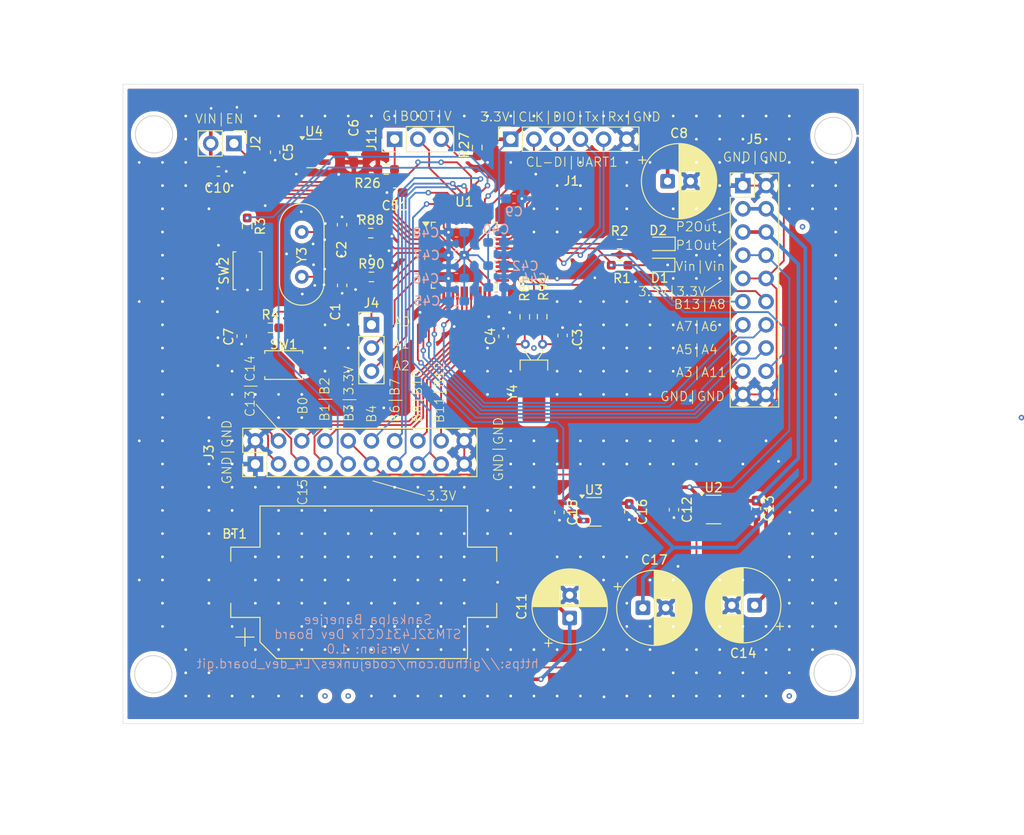
<source format=kicad_pcb>
(kicad_pcb (version 20241229) (generator "pcbnew") (generator_version "9.0")
  (layers (0 "F.Cu" signal) (2 "B.Cu" signal) (13 "F.Paste" user) (15 "B.Paste" user) (5 "F.SilkS" user "F.Silkscreen") (7 "B.SilkS" user "B.Silkscreen") (1 "F.Mask" user) (3 "B.Mask" user) (25 "Edge.Cuts" user))
  (net 0 "")
  (net 1 "Net-(BT1-+)")
  (net 2 "AGND")
  (net 3 "Net-(C1-Pad1)")
  (net 4 "Net-(C2-Pad1)")
  (net 5 "Net-(C3-Pad1)")
  (net 6 "Net-(C4-Pad1)")
  (net 7 "VIN")
  (net 8 "+3.3V")
  (net 9 "NRST")
  (net 10 "P1_POUT")
  (net 11 "P2_POUT")
  (net 12 "Net-(D1-A)")
  (net 13 "Net-(D2-A)")
  (net 14 "SW-")
  (net 15 "UART1_TX")
  (net 16 "UART1_RX")
  (net 17 "SW+")
  (net 18 "BPWR")
  (net 19 "Net-(J3-Pin_5)")
  (net 20 "Net-(J3-Pin_14)")
  (net 21 "Net-(J3-Pin_16)")
  (net 22 "Net-(J3-Pin_15)")
  (net 23 "Net-(J3-Pin_13)")
  (net 24 "Net-(J3-Pin_4)")
  (net 25 "Net-(J3-Pin_12)")
  (net 26 "Net-(J3-Pin_9)")
  (net 27 "Net-(J3-Pin_7)")
  (net 28 "Net-(J3-Pin_3)")
  (net 29 "Net-(J3-Pin_8)")
  (net 30 "Net-(J3-Pin_6)")
  (net 31 "Net-(J3-Pin_18)")
  (net 32 "Net-(J3-Pin_17)")
  (net 33 "Net-(J5-Pin_13)")
  (net 34 "Net-(J5-Pin_12)")
  (net 35 "Net-(J5-Pin_16)")
  (net 36 "Net-(J5-Pin_15)")
  (net 37 "PB13")
  (net 38 "Net-(J5-Pin_14)")
  (net 39 "Net-(J5-Pin_17)")
  (net 40 "Net-(J11-Pin_3)")
  (net 41 "BOOT0")
  (net 42 "Net-(J11-Pin_1)")
  (net 43 "LEDG")
  (net 44 "LEDR")
  (net 45 "SW1")
  (net 46 "OSC_IN")
  (net 47 "OSC32_IN")
  (net 48 "OSC_OUT")
  (net 49 "OSC32_OUT")
  (net 50 "Net-(J4-Pin_2)")
  (net 51 "P1PWR")
  (net 52 "Net-(J4-Pin_3)")
  (net 53 "P2PWR")
  (net 57 "Net-(SW2A-C)")
  (net 58 "Net-(SW1A-D)")
  (net 59 "Net-(J4-Pin_1)")
  (footprint "Capacitor_SMD:C_0603_1608Metric_Pad1.08x0.95mm_HandSolder" (layer "F.Cu") (at 166.963479 42.385266 90)
    (property "Reference" "C2")
    (property "Value" "24p")
  )
  (footprint "Capacitor_SMD:C_0603_1608Metric_Pad1.08x0.95mm_HandSolder" (layer "F.Cu") (at 153.437853 36.54322)
    (property "Reference" "C10")
    (property "Value" "100nF")
  )
  (footprint "Package_TO_SOT_SMD:SOT-23-5" (layer "F.Cu") (at 194.523672 73.816999)
    (property "Reference" "U3")
    (property "Value" "LP5907MFX-3.3")
  )
  (footprint "Battery:BatteryHolder_Keystone_1060_1x2032" (layer "F.Cu") (at 169.339228 81.527847)
    (property "Reference" "BT1")
    (property "Value" "CELL")
  )
  (footprint "Capacitor_SMD:C_0603_1608Metric_Pad1.08x0.95mm_HandSolder" (layer "F.Cu") (at 198.384673 73.817786 -90)
    (property "Reference" "C16")
    (property "Value" "1uF")
  )
  (footprint "Resistor_SMD:R_0603_1608Metric_Pad0.98x0.95mm_HandSolder" (layer "F.Cu") (at 188.858946 52.451369 90)
    (property "Reference" "R91")
    (property "Value" "0")
  )
  (footprint "Capacitor_SMD:C_0603_1608Metric_Pad1.08x0.95mm_HandSolder" (layer "F.Cu") (at 191.091438 54.506883 90)
    (property "Reference" "C3")
    (property "Value" "10p")
  )
  (footprint "Capacitor_SMD:C_0603_1608Metric_Pad1.08x0.95mm_HandSolder" (layer "F.Cu") (at 203.280033 73.58379 -90)
    (property "Reference" "C12")
    (property "Value" "1uF")
  )
  (footprint "Resistor_SMD:R_0603_1608Metric_Pad0.98x0.95mm_HandSolder" (layer "F.Cu") (at 156.588296 42.554358 -90)
    (property "Reference" "R3")
    (property "Value" "1K")
  )
  (footprint "Capacitor_THT:CP_Radial_D8.0mm_P2.50mm" (layer "F.Cu") (at 191.872415 85.433311 90)
    (property "Reference" "C11")
    (property "Value" "4.7 uF")
  )
  (footprint "Capacitor_SMD:C_0603_1608Metric_Pad1.08x0.95mm_HandSolder" (layer "F.Cu") (at 212.261135 73.449707 -90)
    (property "Reference" "C13")
    (property "Value" "1uF")
  )
  (footprint "Resistor_SMD:R_0603_1608Metric_Pad0.98x0.95mm_HandSolder" (layer "F.Cu") (at 159.128868 53.670357)
    (property "Reference" "R4")
    (property "Value" "1K")
  )
  (footprint "Connector_PinSocket_2.54mm:PinSocket_1x06_P2.54mm_Vertical" (layer "F.Cu") (at 185.42 33.02 90)
    (property "Reference" "J1")
    (property "Value" "Conn_01x06_Pin")
  )
  (footprint "Resistor_SMD:R_0603_1608Metric_Pad0.98x0.95mm_HandSolder" (layer "F.Cu") (at 171.790191 36.32907)
    (property "Reference" "R26")
    (property "Value" "1 K")
  )
  (footprint "Resistor_SMD:R_0603_1608Metric_Pad0.98x0.95mm_HandSolder" (layer "F.Cu") (at 170.110137 43.29811)
    (property "Reference" "R88")
    (property "Value" "0")
  )
  (footprint "Crystal:Crystal_DS26_D2.0mm_L6.0mm_Horizontal_1EP_style1" (layer "F.Cu") (at 187.01 55.46)
    (property "Reference" "Y4")
    (property "Value" "32.768 KHz")
  )
  (footprint "LED_SMD:LED_0603_1608Metric_Pad1.05x0.95mm_HandSolder" (layer "F.Cu") (at 201.715909 46.785503 180)
    (property "Reference" "D1")
    (property "Value" "LED")
  )
  (footprint "Capacitor_THT:CP_Radial_D8.0mm_P2.50mm" (layer "F.Cu") (at 202.589374 37.618139)
    (property "Reference" "C8")
    (property "Value" "4.7 uF")
  )
  (footprint "Crystal:Crystal_HC18-U_Vertical" (layer "F.Cu") (at 162.56 48.08 90)
    (property "Reference" "Y3")
    (property "Value" "10 MHz")
  )
  (footprint "Package_QFP:LQFP-48_7x7mm_P0.5mm" (layer "F.Cu") (at 180.34 45.72)
    (property "Reference" "U1")
    (property "Value" "STM32L431CCTx")
  )
  (footprint "Capacitor_THT:CP_Radial_D8.0mm_P2.50mm" (layer "F.Cu") (at 199.880677 84.323293)
    (property "Reference" "C17")
    (property "Value" "4.7 uF")
  )
  (footprint "Connector_PinHeader_2.54mm:PinHeader_1x02_P2.54mm_Vertical" (layer "F.Cu") (at 155.135693 33.478957 -90)
    (property "Reference" "J2")
    (property "Value" "Conn_01x02_Socket")
  )
  (footprint "Capacitor_SMD:C_0603_1608Metric_Pad1.08x0.95mm_HandSolder" (layer "F.Cu") (at 190.750133 73.87416 -90)
    (property "Reference" "C15")
    (property "Value" "1uF")
  )
  (footprint "Resistor_SMD:R_0603_1608Metric_Pad0.98x0.95mm_HandSolder" (layer "F.Cu") (at 170.18 48.098191)
    (property "Reference" "R90")
    (property "Value" "0")
  )
  (footprint "Resistor_SMD:R_0603_1608Metric_Pad0.98x0.95mm_HandSolder" (layer "F.Cu") (at 181.75532 33.927947 -90)
    (property "Reference" "R27")
    (property "Value" "1 K")
  )
  (footprint "Connector_PinHeader_2.54mm:PinHeader_1x03_P2.54mm_Vertical" (layer "F.Cu") (at 172.72 33.02 90)
    (property "Reference" "J11")
    (property "Value" "Conn_01x03_Socket")
  )
  (footprint "Capacitor_SMD:C_0603_1608Metric_Pad1.08x0.95mm_HandSolder" (layer "F.Cu") (at 184.627717 54.599442 90)
    (property "Reference" "C4")
    (property "Value" "10p")
  )
  (footprint "Button_Switch_SMD:SW_Push_SPST_NO_Alps_SKRK" (layer "F.Cu") (at 160.581523 57.743775)
    (property "Reference" "SW1")
    (property "Value" "SW_Push_Dual_x2")
  )
  (footprint "Connector_PinHeader_2.54mm:PinHeader_2x10_P2.54mm_Vertical" (layer "F.Cu") (at 210.82 38.1)
    (property "Reference" "J5")
    (property "Value" "Conn_01x20_Pin")
  )
  (footprint "Button_Switch_SMD:SW_Push_SPST_NO_Alps_SKRK" (layer "F.Cu") (at 156.613587 47.422651 -90)
    (property "Reference" "SW2")
    (property "Value" "SW_Push_Dual_x2")
  )
  (footprint "Package_TO_SOT_SMD:SOT-23-5" (layer "F.Cu") (at 207.619032 73.560746)
    (property "Reference" "U2")
    (property "Value" "LP5907MFX-3.3")
  )
  (footprint "Capacitor_SMD:C_0603_1608Metric_Pad1.08x0.95mm_HandSolder" (layer "F.Cu") (at 155.982547 54.579947 -90)
    (property "Reference" "C7")
    (property "Value" "100nF")
  )
  (footprint "Connector_PinHeader_2.54mm:PinHeader_1x03_P2.54mm_Vertical" (layer "F.Cu") (at 170.18 53.34)
    (property "Reference" "J4")
    (property "Value" "Conn_01x03_Socket")
  )
  (footprint "Capacitor_SMD:C_0603_1608Metric_Pad1.08x0.95mm_HandSolder" (layer "F.Cu") (at 166.977178 49.028989 -90)
    (property "Reference" "C1")
    (property "Value" "24p")
  )
  (footprint "Capacitor_SMD:C_0603_1608Metric_Pad1.08x0.95mm_HandSolder" (layer "F.Cu") (at 172.737566 38.862756 180)
    (property "Reference" "C51")
    (property "Value" "100nF")
  )
  (footprint "Resistor_SMD:R_0603_1608Metric_Pad0.98x0.95mm_HandSolder" (layer "F.Cu") (at 186.957602 52.465995 90)
    (property "Reference" "R89")
    (property "Value" "0")
  )
  (footprint "Capacitor_SMD:C_0603_1608Metric_Pad1.08x0.95mm_HandSolder" (layer "F.Cu") (at 159.646559 34.453479 -90)
    (property "Reference" "C5")
    (property "Value" "1uF")
  )
  (footprint "Resistor_SMD:R_0603_1608Metric_Pad0.98x0.95mm_HandSolder" (layer "F.Cu") (at 197.339633 46.813329)
    (property "Reference" "R1")
    (property "Value" "1K")
  )
  (footprint "Capacitor_THT:CP_Radial_D8.0mm_P2.50mm" (layer "F.Cu") (at 212.108582 84.045297 180)
    (property "Reference" "C14")
    (property "Value" "4.7 uF")
  )
  (footprint "LED_SMD:LED_0603_1608Metric_Pad1.05x0.95mm_HandSolder" (layer "F.Cu") (at 201.752568 44.478301 180)
    (property "Reference" "D2")
    (property "Value" "LED")
  )
  (footprint "Connector_PinHeader_2.54mm:PinHeader_2x10_P2.54mm_Vertical" (layer "F.Cu") (at 157.48 68.58 90)
    (property "Reference" "J3")
    (property "Value" "Conn_01x20_Pin")
  )
  (footprint "Package_TO_SOT_SMD:SOT-23-5" (layer "F.Cu") (at 163.908505 34.583002)
    (property "Reference" "U4")
    (property "Value" "LP5907MFX-3.3")
  )
  (footprint "Capacitor_SMD:C_0603_1608Metric_Pad1.08x0.95mm_HandSolder" (layer "F.Cu") (at 168.254733 34.68208 -90)
    (property "Reference" "C6")
    (property "Value" "1uF")
  )
  (footprint "Resistor_SMD:R_0603_1608Metric_Pad0.98x0.95mm_HandSolder" (layer "F.Cu") (at 197.339633 44.506699)
    (property "Reference" "R2")
    (property "Value" "1K")
  )
  (footprint "Capacitor_SMD:C_0603_1608Metric_Pad1.08x0.95mm_HandSolder" (layer "B.Cu") (at 183.813076 44.317422 180)
    (property "Reference" "C40")
    (property "Value" "100nF")
  )
  (footprint "Capacitor_SMD:C_0603_1608Metric_Pad1.08x0.95mm_HandSolder" (layer "B.Cu") (at 183.813076 46.865346 180)
    (property "Reference" "C42")
    (property "Value" "4.7 uF")
  )
  (footprint "Capacitor_SMD:C_0603_1608Metric_Pad1.08x0.95mm_HandSolder" (layer "B.Cu") (at 185.777862 39.522803)
    (property "Reference" "C9")
    (property "Value" "100nF")
  )
  (footprint "Capacitor_SMD:C_0603_1608Metric_Pad1.08x0.95mm_HandSolder" (layer "B.Cu") (at 179.4775 43.21)
    (property "Reference" "C48")
    (property "Value" "100nF")
  )
  (footprint "Capacitor_SMD:C_0603_1608Metric_Pad1.08x0.95mm_HandSolder" (layer "B.Cu") (at 179.4775 50.74)
    (property "Reference" "C45")
    (property "Value" "4.7 uF")
  )
  (footprint "Capacitor_SMD:C_0603_1608Metric_Pad1.08x0.95mm_HandSolder" (layer "B.Cu") (at 183.83224 49.242588 180)
    (property "Reference" "C44")
    (property "Value" "10nF")
  )
  (footprint "Capacitor_SMD:C_0603_1608Metric_Pad1.08x0.95mm_HandSolder" (layer "B.Cu") (at 179.4775 48.23)
    (property "Reference" "C46")
    (property "Value" "100nF")
  )
  (footprint "Capacitor_SMD:C_0603_1608Metric_Pad1.08x0.95mm_HandSolder" (layer "B.Cu") (at 179.4775 45.72)
    (property "Reference" "C47")
    (property "Value" "100nF")
  )
  (gr_line (start 176.006222 72.027999) (end 170.344 70.433333) (stroke (width 0.1)) (layer "F.SilkS"))
  (gr_line (start 206.879374 41.908888) (end 209.44 40.961333) (stroke (width 0.1)) (layer "F.SilkS"))
  (gr_line (start 206.770666 49.665333) (end 208.504 48.486666) (stroke (width 0.1)) (layer "F.SilkS"))
  (gr_line (start 208.092888 44.751555) (end 209.44 43.780888) (stroke (width 0.1)) (layer "F.SilkS"))
  (gr_line (start 157.572444 62.067111) (end 159.883555 64.66) (stroke (width 0.1)) (layer "F.SilkS"))
  (gr_circle (center 146.312091 91.594498) (end 147.255231 93.402182) (stroke (width 0.1)) (fill no) (layer "Edge.Cuts"))
  (gr_circle (center 220.640659 91.44) (end 221.583799 93.247684) (stroke (width 0.1)) (fill no) (layer "Edge.Cuts"))
  (gr_circle (center 146.390686 32.491084) (end 147.333826 34.298768) (stroke (width 0.1)) (fill no) (layer "Edge.Cuts"))
  (gr_circle (center 220.719254 32.650965) (end 221.662394 34.458649) (stroke (width 0.1)) (fill no) (layer "Edge.Cuts"))
  (gr_rect (start 143 27) (end 224 97) (stroke (width 0.05)) (fill no) (layer "Edge.Cuts"))
  (gr_text "B13|A8" (at 203.2 51.675999 0) (layer "F.SilkS") (effects (font (size 1 1) (thickness 0.1)) (justify left bottom)))
  (gr_text "A1" (at 172.493333 56.018666 0) (layer "F.SilkS") (effects (font (size 1 1) (thickness 0.1)) (justify left bottom)))
  (gr_text "3.3V|3.3V" (at 199.282666 50.289333 0) (layer "F.SilkS") (effects (font (size 1 1) (thickness 0.1)) (justify left bottom)))
  (gr_text "G|BOOT|V" (at 171.284888 31.078666 0) (layer "F.SilkS") (effects (font (size 1 1) (thickness 0.1)) (justify left bottom)))
  (gr_text "B6|B7" (at 173.325333 64.100888 90) (layer "F.SilkS") (effects (font (size 1 1) (thickness 0.1)) (justify left bottom)))
  (gr_text "C15" (at 163.230222 73.177847 90) (layer "F.SilkS") (effects (font (size 1 1) (thickness 0.1)) (justify left bottom)))
  (gr_text "B1|B2" (at 165.652444 63.985333 90) (layer "F.SilkS") (effects (font (size 1 1) (thickness 0.1)) (justify left bottom)))
  (gr_text "A2" (at 172.493333 58.410666 0) (layer "F.SilkS") (effects (font (size 1 1) (thickness 0.1)) (justify left bottom)))
  (gr_text "GND|GND" (at 201.720888 61.762222 0) (layer "F.SilkS") (effects (font (size 1 1) (thickness 0.1)) (justify left bottom)))
  (gr_text "C13|C14" (at 157.48 63.5 90) (layer "F.SilkS") (effects (font (size 1 1) (thickness 0.1)) (justify left bottom)))
  (gr_text "A7|A6" (at 203.442666 54.102666 0) (layer "F.SilkS") (effects (font (size 1 1) (thickness 0.1)) (justify left bottom)))
  (gr_text "B3|3.3V" (at 168.287111 64.031555 90) (layer "F.SilkS") (effects (font (size 1 1) (thickness 0.1)) (justify left bottom)))
  (gr_text "CL-DI|UART1" (at 186.987111 36.106444 0) (layer "F.SilkS") (effects (font (size 1 1) (thickness 0.1)) (justify left bottom)))
  (gr_text "VIN|EN" (at 150.823999 31.379111 0) (layer "F.SilkS") (effects (font (size 1 1) (thickness 0.1)) (justify left bottom)))
  (gr_text "P2Out" (at 203.412568 43.18 0) (layer "F.SilkS") (effects (font (size 1 1) (thickness 0.1)) (justify left bottom)))
  (gr_text "A0" (at 172.562666 53.592 0) (layer "F.SilkS") (effects (font (size 1 1) (thickness 0.1)) (justify left bottom)))
  (gr_text "B4" (at 170.783111 64.123999 90) (layer "F.SilkS") (effects (font (size 1 1) (thickness 0.1)) (justify left bottom)))
  (gr_text "3.3V|CLK|DIO|Tx|Rx|GND" (at 181.995111 31.160666 0) (layer "F.SilkS") (effects (font (size 1 1) (thickness 0.1)) (justify left bottom)))
  (gr_text "P1Out" (at 203.412568 45.213301 0) (layer "F.SilkS") (effects (font (size 1 1) (thickness 0.1)) (justify left bottom)))
  (gr_text "Vin|Vin" (at 203.375909 47.520503 0) (layer "F.SilkS") (effects (font (size 1 1) (thickness 0.1)) (justify left bottom)))
  (gr_text "A5|A4" (at 203.442666 56.633333 0) (layer "F.SilkS") (effects (font (size 1 1) (thickness 0.1)) (justify left bottom)))
  (gr_text "GND|GND" (at 184.66 70.548 90) (layer "F.SilkS") (effects (font (size 1 1) (thickness 0.1)) (justify left bottom)))
  (gr_text "3.3V" (at 176.168 72.651999 0) (layer "F.SilkS") (effects (font (size 1 1) (thickness 0.1)) (justify left bottom)))
  (gr_text "GND|GND" (at 208.566666 35.56 0) (layer "F.SilkS") (effects (font (size 1 1) (thickness 0.1)) (justify left bottom)))
  (gr_text "A3|A11" (at 203.442666 59.129333 0) (layer "F.SilkS") (effects (font (size 1 1) (thickness 0.1)) (justify left bottom)))
  (gr_text "GND|GND" (at 154.94 70.86 90) (layer "F.SilkS") (effects (font (size 1 1) (thickness 0.1)) (justify left bottom)))
  (gr_text "B11|B12" (at 178.201777 64.170222 90) (layer "F.SilkS") (effects (font (size 1 1) (thickness 0.1)) (justify left bottom)))
  (gr_text "B0" (at 163.248888 63.222666 90) (layer "F.SilkS") (effects (font (size 1 1) (thickness 0.1)) (justify left bottom)))
  (gr_text "B8|B10" (at 175.775111 64.077777 90) (layer "F.SilkS") (effects (font (size 1 1) (thickness 0.1)) (justify left bottom)))
  (gr_text "Sankalpa Banerjee\nSTM32L431CCTx Dev Board\nVersion: 1.0\nhttps://github.com/codejunkes/L4_dev_board.git" (at 169.783313 91.025775 0) (layer "B.SilkS") (effects (font (size 1 1) (thickness 0.1)) (justify bottom mirror)))
  (via (at 167.64 93.98) (size 0.6) (drill 0.3) (layers "F.Cu" "B.Cu") (net 0))
  (via (at 215.9 93.98) (size 0.6) (drill 0.3) (layers "F.Cu" "B.Cu") (net 0))
  (via (at 241.3 63.5) (size 0.6) (drill 0.3) (layers "F.Cu" "B.Cu") (net 0))
  (via (at 187.96 55.88) (size 0.6) (drill 0.3) (layers "F.Cu" "B.Cu") (net 0))
  (via (at 217.345581 42.60934) (size 0.6) (drill 0.3) (layers "F.Cu" "B.Cu") (net 0))
  (via (at 165.1 93.98) (size 0.6) (drill 0.3) (layers "F.Cu" "B.Cu") (net 0))
  (segment (start 169.68929 38.1) (end 172.689863 41.100573) (width 0.2) (layer "F.Cu") (net 1))
  (segment (start 172.689863 39.772959) (end 172.689863 41.100573) (width 0.2) (layer "F.Cu") (net 1))
  (segment (start 150.86 77.2) (end 150.86 44.1529) (width 0.2) (layer "F.Cu") (net 1))
  (segment (start 172.689863 41.100573) (end 174.55929 42.97) (width 0.2) (layer "F.Cu") (net 1))
  (segment (start 150.86 44.1529) (end 156.9129 38.1) (width 0.2) (layer "F.Cu") (net 1))
  (segment (start 173.600066 38.862756) (end 172.689863 39.772959) (width 0.2) (layer "F.Cu") (net 1))
  (segment (start 156.9129 38.1) (end 169.68929 38.1) (width 0.2) (layer "F.Cu") (net 1))
  (segment (start 154.689228 81.527847) (end 154.689228 81.029228) (width 0.2) (layer "F.Cu") (net 1))
  (segment (start 174.55929 42.97) (end 176.1775 42.97) (width 0.2) (layer "F.Cu") (net 1))
  (segment (start 154.689228 81.029228) (end 150.86 77.2) (width 0.2) (layer "F.Cu") (net 1))
  (segment (start 155.982547 55.442447) (end 155.803184 55.442447) (width 0.2) (layer "F.Cu") (net 2))
  (segment (start 169.544755 35.54558) (end 169.284121 35.54558) (width 0.2) (layer "F.Cu") (net 2))
  (segment (start 167.293155 34.583002) (end 168.254733 35.54458) (width 0.4) (layer "F.Cu") (net 2))
  (segment (start 178.615 48.26) (end 181.738824 48.26) (width 0.2) (layer "F.Cu") (net 2))
  (segment (start 159.646559 35.315979) (end 160.379536 34.583002) (width 0.4) (layer "F.Cu") (net 2))
  (segment (start 180.34 66.04) (end 180.34 68.58) (width 0.2) (layer "F.Cu") (net 2))
  (segment (start 160.379536 34.583002) (end 162.771005 34.583002) (width 0.4) (layer "F.Cu") (net 2))
  (segment (start 202.627568 44.478301) (end 202.627568 46.748844) (width 0.2) (layer "F.Cu") (net 2))
  (segment (start 170.877691 36.32907) (end 170.328245 36.32907) (width 0.2) (layer "F.Cu") (net 2))
  (segment (start 184.5515 43.421) (end 184.5025 43.47) (width 0.2) (layer "F.Cu") (net 2))
  (segment (start 186.640362 39.522803) (end 186.790231 39.672672) (width 0.2) (layer "F.Cu") (net 2))
  (segment (start 162.771005 34.583002) (end 167.293155 34.583002) (width 0.4) (layer "F.Cu") (net 2))
  (segment (start 185.273824 43.47) (end 184.5025 43.47) (width 0.2) (layer "F.Cu") (net 2))
  (segment (start 157.48 66.04) (end 157.48 68.58) (width 0.2) (layer "F.Cu") (net 2))
  (segment (start 210.82 38.1) (end 213.36 38.1) (width 0.2) (layer "F.Cu") (net 2))
  (segment (start 178.041 41.5085) (end 178.09 41.5575) (width 0.2) (layer "F.Cu") (net 2))
  (segment (start 169.283121 35.54458) (end 168.254733 35.54458) (width 0.2) (layer "F.Cu") (net 2))
  (segment (start 186.790231 39.672672) (end 186.790231 41.953593) (width 0.2) (layer "F.Cu") (net 2))
  (segment (start 182.59 49.111176) (end 182.59 49.8825) (width 0.2) (layer "F.Cu") (net 2))
  (segment (start 176.1775 46.47) (end 177.865 46.47) (width 0.2) (layer "F.Cu") (net 2))
  (segment (start 177.865 46.47) (end 178.615 45.72) (width 0.2) (layer "F.Cu") (net 2))
  (segment (start 170.328245 36.32907) (end 169.544755 35.54558) (width 0.2) (layer "F.Cu") (net 2))
  (segment (start 202.627568 46.748844) (end 202.590909 46.785503) (width 0.2) (layer "F.Cu") (net 2))
  (segment (start 181.738824 48.26) (end 182.59 49.111176) (width 0.2) (layer "F.Cu") (net 2))
  (segment (start 186.790231 41.953593) (end 185.273824 43.47) (width 0.2) (layer "F.Cu") (net 2))
  (segment (start 156.180195 55.442447) (end 158.481523 57.743775) (width 0.2) (layer "F.Cu") (net 2))
  (segment (start 169.284121 35.54558) (end 169.283121 35.54458) (width 0.2) (layer "F.Cu") (net 2))
  (segment (start 210.82 60.96) (end 213.36 60.96) (width 0.2) (layer "F.Cu") (net 2))
  (segment (start 178.09 42.685) (end 178.615 43.21) (width 0.2) (layer "F.Cu") (net 2))
  (segment (start 155.982547 55.442447) (end 156.180195 55.442447) (width 0.2) (layer "F.Cu") (net 2))
  (segment (start 178.09 41.5575) (end 178.09 42.685) (width 0.2) (layer "F.Cu") (net 2))
  (via (at 220.98 81.28) (size 0.6) (drill 0.3) (layers "F.Cu" "B.Cu") (net 2))
  (via (at 203.2 86.36) (size 0.6) (drill 0.3) (layers "F.Cu" "B.Cu") (net 2))
  (via (at 180.34 83.82) (size 0.6) (drill 0.3) (layers "F.Cu" "B.Cu") (net 2))
  (via (at 147.32 60.96) (size 0.6) (drill 0.3) (layers "F.Cu" "B.Cu") (net 2))
  (via (at 171.528671 62.428358) (size 0.6) (drill 0.3) (layers "F.Cu" "B.Cu") (net 2))
  (via (at 147.32 81.28) (size 0.6) (drill 0.3) (layers "F.Cu" "B.Cu") (net 2))
  (via (at 177.8 83.82) (size 0.6) (drill 0.3) (layers "F.Cu" "B.Cu") (net 2))
  (via (at 198.12 66.04) (size 0.6) (drill 0.3) (layers "F.Cu" "B.Cu") (net 2))
  (via (at 177.8 81.28) (size 0.6) (drill 0.3) (layers "F.Cu" "B.Cu") (net 2))
  (via (at 203.723759 79.786152) (size 0.6) (drill 0.3) (layers "F.Cu" "B.Cu") (net 2))
  (via (at 157.48 30.48) (size 0.6) (drill 0.3) (layers "F.Cu" "B.Cu") (net 2))
  (via (at 205.74 40.64) (size 0.6) (drill 0.3) (layers "F.Cu" "B.Cu") (net 2))
  (via (at 200.66 53.34) (size 0.6) (drill 0.3) (layers "F.Cu" "B.Cu") (net 2))
  (via (at 182.88 73.66) (size 0.6) (drill 0.3) (layers "F.Cu" "B.Cu") (net 2))
  (via (at 220.98 83.82) (size 0.6) (drill 0.3) (layers "F.Cu" "B.Cu") (net 2))
  (via (at 193.04 43.18) (size 0.6) (drill 0.3) (layers "F.Cu" "B.Cu") (net 2))
  (via (at 200.66 58.42) (size 0.6) (drill 0.3) (layers "F.Cu" "B.Cu") (net 2))
  (via (at 187.96 40.64) (size 0.6) (drill 0.3) (layers "F.Cu" "B.Cu") (net 2))
  (via (at 198.12 35.56) (size 0.6) (drill 0.3) (layers "F.Cu" "B.Cu") (net 2))
  (via (at 166.898676 45.805395) (size 0.6) (drill 0.3) (layers "F.Cu" "B.Cu") (net 2))
  (via (at 208.28 91.44) (size 0.6) (drill 0.3) (layers "F.Cu" "B.Cu") (net 2))
  (via (at 149.86 30.48) (size 0.6) (drill 0.3) (layers "F.Cu" "B.Cu") (net 2))
  (via (at 218.44 83.82) (size 0.6) (drill 0.3) (layers "F.Cu" "B.Cu") (net 2))
  (via (at 167.64 88.9) (size 0.6) (drill 0.3) (layers "F.Cu" "B.Cu") (net 2))
  (via (at 185.42 88.9) (size 0.6) (drill 0.3) (layers "F.Cu" "B.Cu") (net 2))
  (via (at 147.32 53.34) (size 0.6) (drill 0.3) (layers "F.Cu" "B.Cu") (net 2))
  (via (at 180.34 78.74) (size 0.6) (drill 0.3) (layers "F.Cu" "B.Cu") (net 2))
  (via (at 152.4 38.1) (size 0.6) (drill 0.3) (layers "F.Cu" "B.Cu") (net 2))
  (via (at 191.091438 53.644383) (size 0.6) (drill 0.3) (layers "F.Cu" "B.Cu") (net 2))
  (via (at 190.5 88.9) (size 0.6) (drill 0.3) (layers "F.Cu" "B.Cu") (net 2))
  (via (at 208.28 53.34) (size 0.6) (drill 0.3) (layers "F.Cu" "B.Cu") (net 2))
  (via (at 155.457343 29.525216) (size 0.6) (drill 0.3) (layers "F.Cu" "B.Cu") (net 2))
  (via (at 203.2 53.34) (size 0.6) (drill 0.3) (layers "F.Cu" "B.Cu") (net 2))
  (via (at 195.58 68.58) (size 0.6) (drill 0.3) (layers "F.Cu" "B.Cu") (net 2))
  (via (at 168.448436 49.482588) (size 0.6) (drill 0.3) (layers "F.Cu" "B.Cu") (net 2))
  (via (at 165.1 73.66) (size 0.6) (drill 0.3) (layers "F.Cu" "B.Cu") (net 2))
  (via (at 177.8 78.74) (size 0.6) (drill 0.3) (layers "F.Cu" "B.Cu") (net 2))
  (via (at 205.74 55.88) (size 0.6) (drill 0.3) (layers "F.Cu" "B.Cu") (net 2))
  (via (at 157.48 88.9) (size 0.6) (drill 0.3) (layers "F.Cu" "B.Cu") (net 2))
  (via (at 215.9 76.2) (size 0.6) (drill 0.3) (layers "F.Cu" "B.Cu") (net 2))
  (via (at 210.82 93.98) (size 0.6) (drill 0.3) (layers "F.Cu" "B.Cu") (net 2))
  (via (at 167.64 81.28) (size 0.6) (drill 0.3) (layers "F.Cu" "B.Cu") (net 2))
  (via (at 177.8 93.98) (size 0.6) (drill 0.3) (layers "F.Cu" "B.Cu") (net 2))
  (via (at 175.26 81.28) (size 0.6) (drill 0.3) (layers "F.Cu" "B.Cu") (net 2))
  (via (at 165.1 81.28) (size 0.6) (drill 0.3) (layers "F.Cu" "B.Cu") (net 2))
  (via (at 198.12 86.36) (size 0.6) (drill 0.3) (layers "F.Cu" "B.Cu") (net 2))
  (via (at 175.26 76.2) (size 0.6) (drill 0.3) (layers "F.Cu" "B.Cu") (net 2))
  (via (at 153.38612 54.750448) (size 0.6) (drill 0.3) (layers "F.Cu" "B.Cu") (net 2))
  (via (at 187.96 30.48) (size 0.6) (drill 0.3) (layers "F.Cu" "B.Cu") (net 2))
  (via (at 193.04 93.98) (size 0.6) (drill 0.3) (layers "F.Cu" "B.Cu") (net 2))
  (via (at 147.32 43.18) (size 0.6) (drill 0.3) (layers "F.Cu" "B.Cu") (net 2))
  (via (at 190.5 43.18) (size 0.6) (drill 0.3) (layers "F.Cu" "B.Cu") (net 2))
  (via (at 187.96 68.58) (size 0.6) (drill 0.3) (layers "F.Cu" "B.Cu") (net 2))
  (via (at 149.86 33.02) (size 0.6) (drill 0.3) (layers "F.Cu" "B.Cu") (net 2))
  (via (at 198.12 38.1) (size 0.6) (drill 0.3) (layers "F.Cu" "B.Cu") (net 2))
  (via (at 208.28 81.28) (size 0.6) (drill 0.3) (layers "F.Cu" "B.Cu") (net 2))
  (via (at 188.15613 36.844583) (size 0.6) (drill 0.3) (layers "F.Cu" "B.Cu") (net 2))
  (via (at 220.98 58.42) (size 0.6) (drill 0.3) (layers "F.Cu" "B.Cu") (net 2))
  (via (at 165.1 76.2) (size 0.6) (drill 0.3) (layers "F.Cu" "B.Cu") (net 2))
  (via (at 155.982547 55.442447) (size 0.6) (drill 0.3) (layers "F.Cu" "B.Cu") (net 2))
  (via (at 149.86 88.9) (size 0.6) (drill 0.3) (layers "F.Cu" "B.Cu") (net 2))
  (via (at 177.550533 30.479999) (size 0.6) (drill 0.3) (layers "F.Cu" "B.Cu") (net 2))
  (via (at 164.990257 48.958621) (size 0.6) (drill 0.3) (layers "F.Cu" "B.Cu") (net 2))
  (via (at 166.963479 41.522766) (size 0.6) (drill 0.3) (layers "F.Cu" "B.Cu") (net 2))
  (via (at 166.594413 36.878749) (size 0.6) (drill 0.3) (layers "F.Cu" "B.Cu") (net 2))
  (via (at 205.74 53.34) (size 0.6) (drill 0.3) (layers "F.Cu" "B.Cu") (net 2))
  (via (at 213.36 88.9) (size 0.6) (drill 0.3) (layers "F.Cu" "B.Cu") (net 2))
  (via (at 183.010698 52.454278) (size 0.6) (drill 0.3) (layers "F.Cu" "B.Cu") (net 2))
  (via (at 218.44 38.1) (size 0.6) (drill 0.3) (layers "F.Cu" "B.Cu") (net 2))
  (via (at 162.56 93.98) (size 0.6) (drill 0.3) (layers "F.Cu" "B.Cu") (net 2))
  (via (at 162.56 86.36) (size 0.6) (drill 0.3) (layers "F.Cu" "B.Cu") (net 2))
  (via (at 198.12 88.9) (size 0.6) (drill 0.3) (layers "F.Cu" "B.Cu") (net 2))
  (via (at 193.04 38.1) (size 0.6) (drill 0.3) (layers "F.Cu" "B.Cu") (net 2))
  (via (at 156.290015 36.656352) (size 0.6) (drill 0.3) (layers "F.Cu" "B.Cu") (net 2))
  (via (at 210.82 68.58) (size 0.6) (drill 0.3) (layers "F.Cu" "B.Cu") (net 2))
  (via (at 147.32 40.64) (size 0.6) (drill 0.3) (layers "F.Cu" "B.Cu") (net 2))
  (via (at 170.061657 45.772447) (size 0.6) (drill 0.3) (layers "F.Cu" "B.Cu") (net 2))
  (via (at 147.32 38.1) (size 0.6) (drill 0.3) (layers "F.Cu" "B.Cu") (net 2))
  (via (at 210.82 35.56) (size 0.6) (drill 0.3) (layers "F.Cu" "B.Cu") (net 2))
  (via (at 180.34 88.9) (size 0.6) (drill 0.3) (layers "F.Cu" "B.Cu") (net 2))
  (via (at 170.18 86.36) (size 0.6) (drill 0.3) (layers "F.Cu" "B.Cu") (net 2))
  (via (at 205.74 66.04) (size 0.6) (drill 0.3) (layers "F.Cu" "B.Cu") (net 2))
  (via (at 147.32 58.42) (size 0.6) (drill 0.3) (layers "F.Cu" "B.Cu") (net 2))
  (via (at 157.48 78.74) (size 0.6) (drill 0.3) (layers "F.Cu" "B.Cu") (net 2))
  (via (at 168.019739 62.428358) (size 0.6) (drill 0.3) (layers "F.Cu" "B.Cu") (net 2))
  (via (at 203.2 91.44) (size 0.6) (drill 0.3) (layers "F.Cu" "B.Cu") (net 2))
  (via (at 147.32 76.2) (size 0.6) (drill 0.3) (layers "F.Cu" "B.Cu") (net 2))
  (via (at 182.88 58.42) (size 0.6) (drill 0.3) (layers "F.Cu" "B.Cu") (net 2))
  (via (at 157.48 83.82) (size 0.6) (drill 0.3) (layers "F.Cu" "B.Cu") (net 2))
  (via (at 170.18 93.98) (size 0.6) (drill 0.3) (layers "F.Cu" "B.Cu") (net 2))
  (via (at 190.5 68.58) (size 0.6) (drill 0.3) (layers "F.Cu" "B.Cu") (net 2))
  (via (at 180.34 71.12) (size 0.6) (drill 0.3) (layers "F.Cu" "B.Cu") (net 2))
  (via (at 154.300353 36.54322) (size 0.6) (drill 0.3) (layers "F.Cu" "B.Cu") (net 2))
  (via (at 213.36 33.02) (size 0.6) (drill 0.3) (layers "F.Cu" "B.Cu") (net 2))
  (via (at 144.78 35.56) (size 0.6) (drill 0.3) (layers "F.Cu" "B.Cu") (net 2))
  (via (at 152.4 83.82) (size 0.6) (drill 0.3) (layers "F.Cu" "B.Cu") (net 2))
  (via (at 147.32 50.8) (size 0.6) (drill 0.3) (layers "F.Cu" "B.Cu") (net 2))
  (via (at 203.2 40.64) (size 0.6) (drill 0.3) (layers "F.Cu" "B.Cu") (net 2))
  (via (at 195.58 30.48) (size 0.6) (drill 0.3) (layers "F.Cu" "B.Cu") (net 2))
  (via (at 220.98 43.18) (size 0.6) (drill 0.3) (layers "F.Cu" "B.Cu") (net 2))
  (via (at 220.98 73.66) (size 0.6) (drill 0.3) (layers "F.Cu" "B.Cu") (net 2))
  (via (at 213.36 30.48) (size 0.6) (drill 0.3) (layers "F.Cu" "B.Cu") (net 2))
  (via (at 187.96 43.18) (size 0.6) (drill 0.3) (layers "F.Cu" "B.Cu") (net 2))
  (via (at 203.2 58.42) (size 0.6) (drill 0.3) (layers "F.Cu" "B.Cu") (net 2))
  (via (at 203.2 93.98) (size 0.6) (drill 0.3) (layers "F.Cu" "B.Cu") (net 2))
  (via (at 218.44 76.2) (size 0.6) (drill 0.3) (layers "F.Cu" "B.Cu") (net 2))
  (via (at 190.5 60.96) (size 0.6) (drill 0.3) (layers "F.Cu" "B.Cu") (net 2))
  (via (at 172.72 83.82) (size 0.6) (drill 0.3) (layers "F.Cu" "B.Cu") (net 2))
  (via (at 156.613587 49.522651) (size 0.6) (drill 0.3) (layers "F.Cu" "B.Cu") (net 2))
  (via (at 160.02 81.28) (size 0.6) (drill 0.3) (layers "F.Cu" "B.Cu") (net 2))
  (via (at 195.58 81.28) (size 0.6) (drill 0.3) (layers "F.Cu" "B.Cu") (net 2))
  (via (at 208.28 86.36) (size 0.6) (drill 0.3) (layers "F.Cu" "B.Cu") (net 2))
  (via (at 190.5 66.04) (size 0.6) (drill 0.3) (layers "F.Cu" "B.Cu") (net 2))
  (via (at 165.1 53.34) (size 0.6) (drill 0.3) (layers "F.Cu" "B.Cu") (net 2))
  (via (at 144.78 50.8) (size 0.6) (drill 0.3) (layers "F.Cu" "B.Cu") (net 2))
  (via (at 172.72 76.2) (size 0.6) (drill 0.3) (layers "F.Cu" "B.Cu") (net 2))
  (via (at 162.56 71.12) (size 0.6) (drill 0.3) (layers "F.Cu" "B.Cu") (net 2))
  (via (at 152.4 91.44) (size 0.6) (drill 0.3) (layers "F.Cu" "B.Cu") (net 2))
  (via (at 163.977256 49.028484) (size 0.6) (drill 0.3) (layers "F.Cu" "B.Cu") (net 2))
  (via (at 170.18 83.82) (size 0.6) (drill 0.3) (layers "F.Cu" "B.Cu") (net 2))
  (via (at 178.615 48.26) (size 0.6) (drill 0.3) (layers "F.Cu" "B.Cu") (net 2))
  (via (at 147.32 45.72) (size 0.6) (drill 0.3) (layers "F.Cu" "B.Cu") (net 2))
  (via (at 152.4 76.2) (size 0.6) (drill 0.3) (layers "F.Cu" "B.Cu") (net 2))
  (via (at 177.8 86.36) (size 0.6) (drill 0.3) (layers "F.Cu" "B.Cu") (net 2))
  (via (at 203.2 55.88) (size 0.6) (drill 0.3) (layers "F.Cu" "B.Cu") (net 2))
  (via (at 203.2 81.28) (size 0.6) (drill 0.3) (layers "F.Cu" "B.Cu") (net 2))
  (via (at 215.9 83.82) (size 0.6) (drill 0.3) (layers "F.Cu" "B.Cu") (net 2))
  (via (at 182.88 88.9) (size 0.6) (drill 0.3) (layers "F.Cu" "B.Cu") (net 2))
  (via (at 160.02 88.9) (size 0.6) (drill 0.3) (layers "F.Cu" "B.Cu") (net 2))
  (via (at 162.56 30.48) (size 0.6) (drill 0.3) (layers "F.Cu" "B.Cu") (net 2))
  (via (at 165.1 71.12) (size 0.6) (drill 0.3) (layers "F.Cu" "B.Cu") (net 2))
  (via (at 153.330521 49.357318) (size 0.6) (drill 0.3) (layers "F.Cu" "B.Cu") (net 2))
  (via (at 215.9 35.56) (size 0.6) (drill 0.3) (layers "F.Cu" "B.Cu") (net 2))
  (via (at 208.28 30.48) (size 0.6) (drill 0.3) (layers "F.Cu" "B.Cu") (net 2))
  (via (at 205.74 35.56) (size 0.6) (drill 0.3) (layers "F.Cu" "B.Cu") (net 2))
  (via (at 147.32 35.56) (size 0.6) (drill 0.3) (layers "F.Cu" "B.Cu") (net 2))
  (via (at 198.12 83.82) (size 0.6) (drill 0.3) (layers "F.Cu" "B.Cu") (net 2))
  (via (at 147.32 68.58) (size 0.6) (drill 0.3) (layers "F.Cu" "B.Cu") (net 2))
  (via (at 203.2 48.26) (size 0.6) (drill 0.3) (layers "F.Cu" "B.Cu") (net 2))
  (via (at 153.441719 44.63138) (size 0.6) (drill 0.3) (layers "F.Cu" "B.Cu") (net 2))
  (via (at 147.32 48.26) (size 0.6) (drill 0.3) (layers "F.Cu" "B.Cu") (net 2))
  (via (at 147.32 83.82) (size 0.6) (drill 0.3) (layers "F.Cu" "B.Cu") (net 2))
  (via (at 165.1 88.9) (size 0.6) (drill 0.3) (layers "F.Cu" "B.Cu") (net 2))
  (via (at 162.615599 49.96891) (size 0.6) (drill 0.3) (layers "F.Cu" "B.Cu") (net 2))
  (via (at 202.590909 46.785503) (size 0.6) (drill 0.3) (layers "F.Cu" "B.Cu") (net 2))
  (via (at 175.26 86.36) (size 0.6) (drill 0.3) (layers "F.Cu" "B.Cu") (net 2))
  (via (at 214.722312 68.290581) (size 0.6) (drill 0.3) (layers "F.Cu" "B.Cu") (net 2))
  (via (at 160.02 78.74) (size 0.6) (drill 0.3) (layers "F.Cu" "B.Cu") (net 2))
  (via (at 178.615 45.72) (size 0.6) (drill 0.3) (layers "F.Cu" "B.Cu") (net 2))
  (via (at 160.02 73.66) (size 0.6) (drill 0.3) (layers "F.Cu" "B.Cu") (net 2))
  (via (at 200.66 30.48) (size 0.6) (drill 0.3) (layers "F.Cu" "B.Cu") (net 2))
  (via (at 187.96 88.9) (size 0.6) (drill 0.3) (layers "F.Cu" "B.Cu") (net 2))
  (via (at 185.42 58.42) (size 0.6) (drill 0.3) (layers "F.Cu" "B.Cu") (net 2))
  (via (at 195.629316 94.073149) (size 0.6) (drill 0.3) (layers "F.Cu" "B.Cu") (net 2))
  (via (at 218.44 40.64) (size 0.6) (drill 0.3) (layers "F.Cu" "B.Cu") (net 2))
  (via (at 220.98 35.56) (size 0.6) (drill 0.3) (layers "F.Cu" "B.Cu") (net 2))
  (via (at 154.94 38.1) (size 0.6) (drill 0.3) (layers "F.Cu" "B.Cu") (net 2))
  (via (at 149.86 38.1) (size 0.6) (drill 0.3) (layers "F.Cu" "B.Cu") (net 2))
  (via (at 210.82 30.48) (size 0.6) (drill 0.3) (layers "F.Cu" "B.Cu") (net 2))
  (via (at 152.639568 29.641653) (size 0.6) (drill 0.3) (layers "F.Cu" "B.Cu") (net 2))
  (via (at 193.04 78.74) (size 0.6) (drill 0.3) (layers "F.Cu" "B.Cu") (net 2))
  (via (at 180.34 81.28) (size 0.6) (drill 0.3) (layers "F.Cu" "B.Cu") (net 2))
  (via (at 170.18 73.66) (size 0.6) (drill 0.3) (layers "F.Cu" "B.Cu") (net 2))
  (via (at 185.42 30.48) (size 0.6) (drill 0.3) (layers "F.Cu" "B.Cu") (net 2))
  (via (at 205.74 33.02) (size 0.6) (drill 0.3) (layers "F.Cu" "B.Cu") (net 2))
  (via (at 190.5 38.1) (size 0.6) (drill 0.3) (layers "F.Cu" "B.Cu") (net 2))
  (via (at 182.88 30.48) (size 0.6) (drill 0.3) (layers "F.Cu" "B.Cu") (net 2))
  (via (at 144.78 66.04) (size 0.6) (drill 0.3) (layers "F.Cu" "B.Cu") (net 2))
  (via (at 220.98 60.96) (size 0.6) (drill 0.3) (layers "F.Cu" "B.Cu") (net 2))
  (via (at 193.04 50.8) (size 0.6) (drill 0.3) (layers "F.Cu" "B.Cu") (net 2))
  (via (at 154.94 68.58) (size 0.6) (drill 0.3) (layers "F.Cu" "B.Cu") (net 2))
  (via (at 162.56 78.74) (size 0.6) (drill 0.3) (layers "F.Cu" "B.Cu") (net 2))
  (via (at 185.42 73.66) (size 0.6) (drill 0.3) (layers "F.Cu" "B.Cu") (net 2))
  (via (at 193.04 55.88) (size 0.6) (drill 0.3) (layers "F.Cu" "B.Cu") (net 2))
  (via (at 208.28 35.56) (size 0.6) (drill 0.3) (layers "F.Cu" "B.Cu") (net 2))
  (via (at 147.32 71.12) (size 0.6) (drill 0.3) (layers "F.Cu" "B.Cu") (net 2))
  (via (at 163.845827 46.767932) (size 0.6) (drill 0.3) (layers "F.Cu" "B.Cu") (net 2))
  (via (at 200.66 86.36) (size 0.6) (drill 0.3) (layers "F.Cu" "B.Cu") (net 2))
  (via (at 152.4 81.28) (size 0.6) (drill 0.3) (layers "F.Cu" "B.Cu") (net 2))
  (via (at 149.86 91.44) (size 0.6) (drill 0.3) (layers "F.Cu" "B.Cu") (net 2))
  (via (at 215.9 30.48) (size 0.6) (drill 0.3) (layers "F.Cu" "B.Cu") (net 2))
  (via (at 182.88 93.98) (size 0.6) (drill 0.3) (layers "F.Cu" "B.Cu") (net 2))
  (via (at 215.9 78.74) (size 0.6) (drill 0.3) (layers "F.Cu" "B.Cu") (net 2))
  (via (at 172.72 30.48) (size 0.6) (drill 0.3) (layers "F.Cu" "B.Cu") (net 2))
  (via (at 200.66 50.8) (size 0.6) (drill 0.3) (layers "F.Cu" "B.Cu") (net 2))
  (via (at 190.5 40.64) (size 0.6) (drill 0.3) (layers "F.Cu" "B.Cu") (net 2))
  (via (at 162.56 63.5) (size 0.6) (drill 0.3) (layers "F.Cu" "B.Cu") (net 2))
  (via (at 220.98 63.5) (size 0.6) (drill 0.3) (layers "F.Cu" "B.Cu") (net 2))
  (via (at 177.8 88.9) (size 0.6) (drill 0.3) (layers "F.Cu" "B.Cu") (net 2))
  (via (at 147.32 66.04) (size 0.6) (drill 0.3) (layers "F.Cu" "B.Cu") (net 2))
  (via (at 190.5 78.74) (size 0.6) (drill 0.3) (layers "F.Cu" "B.Cu") (net 2))
  (via (at 200.66 88.9) (size 0.6) (drill 0.3) (layers "F.Cu" "B.Cu") (net 2))
  (via (at 220.98 68.58) (size 0.6) (drill 0.3) (layers "F.Cu" "B.Cu") (net 2))
  (via (at 220.98 76.2) (size 0.6) (drill 0.3) (layers "F.Cu" "B.Cu") (net 2))
  (via (at 193.04 58.42) (size 0.6) (drill 0.3) (layers "F.Cu" "B.Cu") (net 2))
  (via (at 220.98 55.88) (size 0.6) (drill 0.3) (layers "F.Cu" "B.Cu") (net 2))
  (via (at 193.04 53.34) (size 0.6) (drill 0.3) (layers "F.Cu" "B.Cu") (net 2))
  (via (at 195.58 78.74) (size 0.6) (drill 0.3) (layers "F.Cu" "B.Cu") (net 2))
  (via (at 165.06012 47.246998) (size 0.6) (drill 0.3) (layers "F.Cu" "B.Cu") (net 2))
  (via (at 215.955599 73.85613) (size 0.6) (drill 0.3) (layers "F.Cu" "B.Cu") (net 2))
  (via (at 198.12 50.8) (size 0.6) (drill 0.3) (layers "F.Cu" "B.Cu") (net 2))
  (via (at 175.26 78.74) (size 0.6) (drill 0.3) (layers "F.Cu" "B.Cu") (net 2))
  (via (at 175.26 93.98) (size 0.6) (drill 0.3) (layers "F.Cu" "B.Cu") (net 2))
  (via (at 177.8 73.66) (size 0.6) (drill 0.3) (layers "F.Cu" "B.Cu") (net 2))
  (via (at 154.94 93.98) (size 0.6) (drill 0.3) (layers "F.Cu" "B.Cu") (net 2))
  (via (at 177.8 71.12) (size 0.6) (drill 0.3) (layers "F.Cu" "B.Cu") (net 2))
  (via (at 172.72 93.98) (size 0.6) (drill 0.3) (layers "F.Cu" "B.Cu") (net 2))
  (via (at 162.56 81.28) (size 0.6) (drill 0.3) (layers "F.Cu" "B.Cu") (net 2))
  (via (at 170.18 30.48) (size 0.6) (drill 0.3) (layers "F.Cu" "B.Cu") (net 2))
  (via (at 203.2 66.04) (size 0.6) (drill 0.3) (layers "F.Cu" "B.Cu") (net 2))
  (via (at 213.36 35.56) (size 0.6) (drill 0.3) (layers "F.Cu" "B.Cu") (net 2))
  (via (at 172.72 86.36) (size 0.6) (drill 0.3) (layers "F.Cu" "B.Cu") (net 2))
  (via (at 198.12 53.34) (size 0.6) (drill 0.3) (layers "F.Cu" "B.Cu") (net 2))
  (via (at 200.66 55.88) (size 0.6) (drill 0.3) (layers "F.Cu" "B.Cu") (net 2))
  (via (at 180.34 30.48) (size 0.6) (drill 0.3) (layers "F.Cu" "B.Cu") (net 2))
  (via (at 198.12 40.64) (size 0.6) (drill 0.3) (layers "F.Cu" "B.Cu") (net 2))
  (via (at 152.4 66.04) (size 0.6) (drill 0.3) (layers "F.Cu" "B.Cu") (net 2))
  (via (at 185.42 93.98) (size 0.6) (drill 0.3) (layers "F.Cu" "B.Cu") (net 2))
  (via (at 215.9 40.64) (size 0.6) (drill 0.3) (layers "F.Cu" "B.Cu") (net 2))
  (via (at 167.64 53.34) (size 0.6) (drill 0.3) (layers "F.Cu" "B.Cu") (net 2))
  (via (at 195.58 66.04) (size 0.6) (drill 0.3) (layers "F.Cu" "B.Cu") (net 2))
  (via (at 167.64 86.36) (size 0.6) (drill 0.3) (layers "F.Cu" "B.Cu") (net 2))
  (via (at 160.02 71.12) (size 0.6) (drill 0.3) (layers "F.Cu" "B.Cu") (net 2))
  (via (at 147.32 55.88) (size 0.6) (drill 0.3) (layers "F.Cu" "B.Cu") (net 2))
  (via (at 208.28 38.1) (size 0.6) (drill 0.3) (layers "F.Cu" "B.Cu") (net 2))
  (via (at 208.28 43.18) (size 0.6) (drill 0.3) (layers "F.Cu" "B.Cu") (net 2))
  (via (at 193.04 68.58) (size 0.6) (drill 0.3) (layers "F.Cu" "B.Cu") (net 2))
  (via (at 208.28 33.02) (size 0.6) (drill 0.3) (layers "F.Cu" "B.Cu") (net 2))
  (via (at 154.94 60.96) (size 0.6) (drill 0.3) (layers "F.Cu" "B.Cu") (net 2))
  (via (at 205.74 48.26) (size 0.6) (drill 0.3) (layers "F.Cu" "B.Cu") (net 2))
  (via (at 160.02 60.96) (size 0.6) (drill 0.3) (layers "F.Cu" "B.Cu") (net 2))
  (via (at 152.4 93.98) (size 0.6) (drill 0.3) (layers "F.Cu" "B.Cu") (net 2))
  (via (at 144.78 81.28) (size 0.6) (drill 0.3) (layers "F.Cu" "B.Cu") (net 2))
  (via (at 178.615 43.21) (size 0.6) (drill 0.3) (layers "F.Cu" "B.Cu") (net 2))
  (via (at 185.42 71.12) (size 0.6) (drill 0.3) (layers "F.Cu" "B.Cu") (net 2))
  (via (at 160.02 76.2) (size 0.6) (drill 0.3) (layers "F.Cu" "B.Cu") (net 2))
  (via (at 193.04 66.04) (size 0.6) (drill 0.3) (layers "F.Cu" "B.Cu") (net 2))
  (via (at 186.640362 39.522803) (size 0.6) (drill 0.3) (layers "F.Cu" "B.Cu") (net 2))
  (via (at 218.44 81.28) (size 0.6) (drill 0.3) (layers "F.Cu" "B.Cu") (net 2))
  (via (at 193.04 88.9) (size 0.6) (drill 0.3) (layers "F.Cu" "B.Cu") (net 2))
  (via (at 212.261135 74.312207) (size 0.6) (drill 0.3) (layers "F.Cu" "B.Cu") (net 2))
  (via (at 215.9 88.9) (size 0.6) (drill 0.3) (layers "F.Cu" "B.Cu") (net 2))
  (via (at 167.64 83.82) (size 0.6) (drill 0.3) (layers "F.Cu" "B.Cu") (net 2))
  (via (at 193.04 60.96) (size 0.6) (drill 0.3) (layers "F.Cu" "B.Cu") (net 2))
  (via (at 154.94 71.12) (size 0.6) (drill 0.3) (layers "F.Cu" "B.Cu") (net 2))
  (via (at 165.1 83.82) (size 0.6) (drill 0.3) (layers "F.Cu" "B.Cu") (net 2))
  (via (at 210.82 91.44) (size 0.6) (drill 0.3) (layers "F.Cu" "B.Cu") (net 2))
  (via (at 154.94 76.2) (size 0.6) (drill 0.3) (layers "F.Cu" "B.Cu") (net 2))
  (via (at 147.32 63.5) (size 0.6) (drill 0.3) (layers "F.Cu" "B.Cu") (net 2))
  (via (at 167.64 76.2) (size 0.6) (drill 0.3) (layers "F.Cu" "B.Cu") (net 2))
  (via (at 160.02 83.82) (size 0.6) (drill 0.3) (layers "F.Cu" "B.Cu") (net 2))
  (via (at 215.9 38.1) (size 0.6) (drill 0.3) (layers "F.Cu" "B.Cu") (net 2))
  (via (at 210.82 81.28) (size 0.6) (drill 0.3) (layers "F.Cu" "B.Cu") (net 2))
  (via (at 185.42 66.04) (size 0.6) (drill 0.3) (layers "F.Cu" "B.Cu") (net 2))
  (via (at 215.9 33.02) (size 0.6) (drill 0.3) (layers "F.Cu" "B.Cu") (net 2))
  (via (at 153.274921 46.688553) (size 0.6) (drill 0.3) (layers "F.Cu" "B.Cu") (net 2))
  (via (at 165.1 55.88) (size 0.6) (drill 0.3) (layers "F.Cu" "B.Cu") (net 2))
  (via (at 208.28 66.04) (size 0.6) (drill 0.3) (layers "F.Cu" "B.Cu") (net 2))
  (via (at 172.41559 43.647421) (size 0.6) (drill 0.3) (layers "F.Cu" "B.Cu") (net 2))
  (via (at 182.88 76.2) (size 0.6) (drill 0.3) (layers "F.Cu" "B.Cu") (net 2))
  (via (at 205.74 91.44) (size 0.6) (drill 0.3) (layers "F.Cu" "B.Cu") (net 2))
  (via (at 218.44 35.56) (size 0.6) (drill 0.3) (layers "F.Cu" "B.Cu") (net 2))
  (via (at 185.42 76.2) (size 0.6) (drill 0.3) (layers "F.Cu" "B.Cu") (net 2))
  (via (at 157.48 60.96) (size 0.6) (drill 0.3) (layers "F.Cu" "B.Cu") (net 2))
  (via (at 170.18 88.9) (size 0.6) (drill 0.3) (layers "F.Cu" "B.Cu") (net 2))
  (via (at 200.66 81.28) (size 0.6) (drill 0.3) (layers "F.Cu" "B.Cu") (net 2))
  (via (at 208.28 93.98) (size 0.6) (drill 0.3) (layers "F.Cu" "B.Cu") (net 2))
  (via (at 175.26 83.82) (size 0.6) (drill 0.3) (layers "F.Cu" "B.Cu") (net 2))
  (via (at 190.5 50.8) (size 0.6) (drill 0.3) (layers "F.Cu" "B.Cu") (net 2))
  (via (at 175.26 30.48) (size 0.6) (drill 0.3) (layers "F.Cu" "B.Cu") (net 2))
  (via (at 160.02 93.98) (size 0.6) (drill 0.3) (layers "F.Cu" "B.Cu") (net 2))
  (via (at 165.1 86.36) (size 0.6) (drill 0.3) (layers "F.Cu" "B.Cu") (net 2))
  (via (at 190.5 58.42) (size 0.6) (drill 0.3) (layers "F.Cu" "B.Cu") (net 2))
  (via (at 205.74 30.48) (size 0.6) (drill 0.3) (layers "F.Cu" "B.Cu") (net 2))
  (via (at 220.98 45.72) (size 0.6) (drill 0.3) (layers "F.Cu" "B.Cu") (net 2))
  (via (at 215.9 81.28) (size 0.6) (drill 0.3) (layers "F.Cu" "B.Cu") (net 2))
  (via (at 190.750133 74.73666) (size 0.6) (drill 0.3) (layers "F.Cu" "B.Cu") (net 2))
  (via (at 194.624516 48.194104) (size 0.6) (drill 0.3) (layers "F.Cu" "B.Cu") (net 2))
  (via (at 153.330521 51.914885) (size 0.6) (drill 0.3) (layers "F.Cu" "B.Cu") (net 2))
  (via (at 215.9 86.36) (size 0.6) (drill 0.3) (layers "F.Cu" "B.Cu") (net 2))
  (via (at 182.88 86.36) (size 0.6) (drill 0.3) (layers "F.Cu" "B.Cu") (net 2))
  (via (at 172.099002 45.223202) (size 0.6) (drill 0.3) (layers "F.Cu" "B.Cu") (net 2))
  (via (at 182.88 60.96) (size 0.6) (drill 0.3) (layers "F.Cu" "B.Cu") (net 2))
  (via (at 170.18 78.74) (size 0.6) (drill 0.3) (layers "F.Cu" "B.Cu") (net 2))
  (via (at 163.799253 44.485767) (size 0.6) (drill 0.3) (layers "F.Cu" "B.Cu") (net 2))
  (via (at 203.2 30.48) (size 0.6) (drill 0.3) (layers "F.Cu" "B.Cu") (net 2))
  (via (at 162.56 88.9) (size 0.6) (drill 0.3) (layers "F.Cu" "B.Cu") (net 2))
  (via (at 170.18 76.2) (size 0.6) (drill 0.3) (layers "F.Cu" "B.Cu") (net 2))
  (via (at 198.12 93.98) (size 0.6) (drill 0.3) (layers "F.Cu" "B.Cu") (net 2))
  (via (at 195.58 55.88) (size 0.6) (drill 0.3) (layers "F.Cu" "B.Cu") (net 2))
  (via (at 152.4 68.58) (size 0.6) (drill 0.3) (layers "F.Cu" "B.Cu") (net 2))
  (via (at 198.12 55.88) (size 0.6) (drill 0.3) (layers "F.Cu" "B.Cu") (net 2))
  (via (at 220.98 71.12) (size 0.6) (drill 0.3) (layers "F.Cu" "B.Cu") (net 2))
  (via (at 172.487126 46.82227) (size 0.6) (drill 0.3) (layers "F.Cu" "B.Cu") (net 2))
  (via (at 185.42 60.96) (size 0.6) (drill 0.3) (layers "F.Cu" "B.Cu") (net 2))
  (via (at 195.58 88.9) (size 0.6) (drill 0.3) (layers "F.Cu" "B.Cu") (net 2))
  (via (at 213.36 91.44) (size 0.6) (drill 0.3) (layers "F.Cu" "B.Cu") (net 2))
  (via (at 200.66 93.98) (size 0.6) (drill 0.3) (layers "F.Cu" "B.Cu") (net 2))
  (via (at 218.44 88.9) (size 0.6) (drill 0.3) (layers "F.Cu" "B.Cu") (net 2))
  (via (at 179.229947 53.529197) (size 0.6) (drill 0.3) (layers "F.Cu" "B.Cu") (net 2))
  (via (at 213.36 86.36) (size 0.6) (drill 0.3) (layers "F.Cu" "B.Cu") (net 2))
  (via (at 208.28 88.9) (size 0.6) (drill 0.3) (layers "F.Cu" "B.Cu") (net 2))
  (via (at 198.384673 74.680286) (size 0.6) (drill 0.3) (layers "F.Cu" "B.Cu") (net 2))
  (via (at 172.72 81.28) (size 0.6) (drill 0.3) (layers "F.Cu" "B.Cu") (net 2))
  (via (at 172.72 88.9) (size 0.6) (drill 0.3) (layers "F.Cu" "B.Cu") (net 2))
  (via (at 153.38612 57.808408) (size 0.6) (drill 0.3) (layers "F.Cu" "B.Cu") (net 2))
  (via (at 167.64 58.42) (size 0.6) (drill 0.3) (layers "F.Cu" "B.Cu") (net 2))
  (via (at 218.44 73.66) (size 0.6) (drill 0.3) (layers "F.Cu" "B.Cu") (net 2))
  (via (at 193.04 30.48) (size 0.6) (drill 0.3) (layers "F.Cu" "B.Cu") (net 2))
  (via (at 162.56 83.82) (size 0.6) (drill 0.3) (layers "F.Cu" "B.Cu") (net 2))
  (via (at 205.74 88.9) (size 0.6) (drill 0.3) (layers "F.Cu" "B.Cu") (net 2))
  (via (at 193.04 40.64) (size 0.6) (drill 0.3) (layers "F.Cu" "B.Cu") (net 2))
  (via (at 190.5 30.48) (size 0.6) (drill 0.3) (layers "F.Cu" "B.Cu") (net 2))
  (via (at 218.44 78.74) (size 0.6) (drill 0.3) (layers "F.Cu" "B.Cu") (net 2))
  (via (at 198.12 58.42) (size 0.6) (drill 0.3) (layers "F.Cu" "B.Cu") (net 2))
  (via (at 152.4 40.64) (size 0.6) (drill 0.3) (layers "F.Cu" "B.Cu") (net 2))
  (via (at 200.66 60.96) (size 0.6) (drill 0.3) (layers "F.Cu" "B.Cu") (net 2))
  (via (at 187.96 71.12) (size 0.6) (drill 0.3) (layers "F.Cu" "B.Cu") (net 2))
  (via (at 203.2 68.58) (size 0.6) (drill 0.3) (layers "F.Cu" "B.Cu") (net 2))
  (via (at 208.28 40.64) (size 0.6) (drill 0.3) (layers "F.Cu" "B.Cu") (net 2))
  (via (at 210.82 86.36) (size 0.6) (drill 0.3) (layers "F.Cu" "B.Cu") (net 2))
  (via (at 157.48 81.28) (size 0.6) (drill 0.3) (layers "F.Cu" "B.Cu") (net 2))
  (via (at 190.5 93.98) (size 0.6) (drill 0.3) (layers "F.Cu" "B.Cu") (net 2))
  (via (at 149.86 35.56) (size 0.6) (drill 0.3) (layers "F.Cu" "B.Cu") (net 2))
  (via (at 165.1 78.74) (size 0.6) (drill 0.3) (layers "F.Cu" "B.Cu") (net 2))
  (via (at 208.28 48.26) (size 0.6) (drill 0.3) (layers "F.Cu" "B.Cu") (net 2))
  (via (at 162.56 76.2) (size 0.6) (drill 0.3) (layers "F.Cu" "B.Cu") (net 2))
  (via (at 168.727885 41.413505) (size 0.6) (drill 0.3) (layers "F.Cu" "B.Cu") (net 2))
  (via (at 198.12 68.58) (size 0.6) (drill 0.3) (layers "F.Cu" "B.Cu") (net 2))
  (via (at 208.28 45.72) (size 0.6) (drill 0.3) (layers "F.Cu" "B.Cu") (net 2))
  (via (at 200.66 35.56) (size 0.6) (drill 0.3) (layers "F.Cu" "B.Cu") (net 2))
  (via (at 220.98 66.04) (size 0.6) (drill 0.3) (layers "F.Cu" "B.Cu") (net 2))
  (via (at 182.88 35.56) (size 0.6) (drill 0.3) (layers "F.Cu" "B.Cu") (net 2))
  (via (at 160.892021 45.576568) (size 0.6) (drill 0.3) (layers "F.Cu" "B.Cu") (net 2))
  (via (at 147.32 73.66) (size 0.6) (drill 0.3) (layers "F.Cu" "B.Cu") (net 2))
  (via (at 198.12 60.96) (size 0.6) (drill 0.3) (layers "F.Cu" "B.Cu") (net 2))
  (via (at 165.06012 44.033337) (size 0.6) (drill 0.3) (layers "F.Cu" "B.Cu") (net 2))
  (via (at 218.44 86.36) (size 0.6) (drill 0.3) (layers "F.Cu" "B.Cu") (net 2))
  (via (at 175.26 71.12) (size 0.6) (drill 0.3) (layers "F.Cu" "B.Cu") (net 2))
  (via (at 193.04 35.56) (size 0.6) (drill 0.3) (layers "F.Cu" "B.Cu") (net 2))
  (via (at 160.02 63.5) (size 0.6) (drill 0.3) (layers "F.Cu" "B.Cu") (net 2))
  (via (at 220.98 48.26) (size 0.6) (drill 0.3) (layers "F.Cu" "B.Cu") (net 2))
  (via (at 205.087475 61.624291) (size 0.6) (drill 0.3) (layers "F.Cu" "B.Cu") (net 2))
  (via (at 200.66 66.04) (size 0.6) (drill 0.3) (layers "F.Cu" "B.Cu") (net 2))
  (via (at 187.96 66.04) (size 0.6) (drill 0.3) (layers "F.Cu" "B.Cu") (net 2))
  (via (at 185.42 35.56) (size 0.6) (drill 0.3) (layers "F.Cu" "B.Cu") (net 2))
  (via (at 157.48 71.12) (size 0.6) (drill 0.3) (layers "F.Cu" "B.Cu") (net 2))
  (via (at 152.4 73.66) (size 0.6) (drill 0.3) (layers "F.Cu" "B.Cu") (net 2))
  (via (at 185.42 68.58) (size 0.6) (drill 0.3) (layers "F.Cu" "B.Cu") (net 2))
  (via (at 157.200551 94.024901) (size 0.6) (drill 0.3) (layers "F.Cu" "B.Cu") (net 2))
  (via (at 165.129982 42.251851) (size 0.6) (drill 0.3) (layers "F.Cu" "B.Cu") (net 2))
  (via (at 205.74 45.72) (size 0.6) (drill 0.3) (layers "F.Cu" "B.Cu") (net 2))
  (via (at 185.299191 51.986117) (size 0.6) (drill 0.3) (layers "F.Cu" "B.Cu") (net 2))
  (via (at 195.58 60.96) (size 0.6) (drill 0.3) (layers "F.Cu" "B.Cu") (net 2))
  (via (at 172.72 78.74) (size 0.6) (drill 0.3) (layers "F.Cu" "B.Cu") (net 2))
  (via (at 187.96 93.98) (size 0.6) (drill 0.3) (layers "F.Cu" "B.Cu") (net 2))
  (via (at 210.82 33.02) (size 0.6) (drill 0.3) (layers "F.Cu" "B.Cu") (net 2))
  (via (at 180.34 86.36) (size 0.6) (drill 0.3) (layers "F.Cu" "B.Cu") (net 2))
  (via (at 213.36 66.04) (size 0.6) (drill 0.3) (layers "F.Cu" "B.Cu") (net 2))
  (via (at 165.1 30.48) (size 0.6) (drill 0.3) (layers "F.Cu" "B.Cu") (net 2))
  (via (at 159.646559 35.315979) (size 0.6) (drill 0.3) (layers "F.Cu" "B.Cu") (net 2))
  (via (at 161.961141 36.841683) (size 0.6) (drill 0.3) (layers "F.Cu" "B.Cu") (net 2))
  (via (at 167.64 55.88) (size 0.6) (drill 0.3) (layers "F.Cu" "B.Cu") (net 2))
  (via (at 147.32 78.74) (size 0.6) (drill 0.3) (layers "F.Cu" "B.Cu") (net 2))
  (via (at 182.88 55.88) (size 0.6) (drill 0.3) (layers "F.Cu" "B.Cu") (net 2))
  (via (at 220.98 38.1) (size 0.6) (drill 0.3) (layers "F.Cu" "B.Cu") (net 2))
  (via (at 162.56 73.66) (size 0.6) (drill 0.3) (layers "F.Cu" "B.Cu") (net 2))
  (via (at 180.34 58.42) (size 0.6) (drill 0.3) (layers "F.Cu" "B.Cu") (net 2))
  (via (at 149.86 93.98) (size 0.6) (drill 0.3) (layers "F.Cu" "B.Cu") (net 2))
  (via (at 213.36 93.98) (size 0.6) (drill 0.3) (layers "F.Cu" "B.Cu") (net 2))
  (via (at 152.4 63.5) (size 0.6) (drill 0.3) (layers "F.Cu" "B.Cu") (net 2))
  (via (at 147.32 86.36) (size 0.6) (drill 0.3) (layers "F.Cu" "B.Cu") (net 2))
  (via (at 154.94 73.66) (size 0.6) (drill 0.3) (layers "F.Cu" "B.Cu") (net 2))
  (via (at 172.72 71.12) (size 0.6) (drill 0.3) (layers "F.Cu" "B.Cu") (net 2))
  (via (at 220.98 40.64) (size 0.6) (drill 0.3) (layers "F.Cu" "B.Cu") (net 2))
  (via (at 158.556852 40.294637) (size 0.6) (drill 0.3) (layers "F.Cu" "B.Cu") (net 2))
  (via (at 167.64 30.48) (size 0.6) (drill 0.3) (layers "F.Cu" "B.Cu") (net 2))
  (via (at 205.74 93.98) (size 0.6) (drill 0.3) (layers "F.Cu" "B.Cu") (net 2))
  (via (at 195.58 50.8) (size 0.6) (drill 0.3) (layers "F.Cu" "B.Cu") (net 2))
  (via (at 165.1 58.42) (size 0.6) (drill 0.3) (layers "F.Cu" "B.Cu") (net 2))
  (via (at 154.94 86.36) (size 0.6) (drill 0.3) (layers "F.Cu" "B.Cu") (net 2))
  (via (at 215.9 91.44) (size 0.6) (drill 0.3) (layers "F.Cu" "B.Cu") (net 2))
  (via (at 180.34 76.2) (size 0.6) (drill 0.3) (layers "F.Cu" "B.Cu") (net 2))
  (via (at 203.280033 74.44629) (size 0.6) (drill 0.3) (layers "F.Cu" "B.Cu") (net 2))
  (via (at 205.74 68.58) (size 0.6) (drill 0.3) (layers "F.Cu" "B.Cu") (net 2))
  (via (at 183.989228 81.527847) (size 0.6) (drill 0.3) (layers "F.Cu" "B.Cu") (net 2))
  (via (at 175.507107 51.975695) (size 0.6) (drill 0.3) (layers "F.Cu" "B.Cu") (net 2))
  (via (at 154.94 66.04) (size 0.6) (drill 0.3) (layers "F.Cu" "B.Cu") (net 2))
  (via (at 195.58 53.34) (size 0.6) (drill 0.3) (layers "F.Cu" "B.Cu") (net 2))
  (via (at 184.627717 53.736942) (size 0.6) (drill 0.3) (layers "F.Cu" "B.Cu") (net 2))
  (via (at 195.58 58.42) (size 0.6) (drill 0.3) (layers "F.Cu" "B.Cu") (net 2))
  (via (at 167.64 78.74) (size 0.6) (drill 0.3) (layers "F.Cu" "B.Cu") (net 2))
  (via (at 162.5044 40.961829) (size 0.6) (drill 0.3) (layers "F.Cu" "B.Cu") (net 2))
  (via (at 198.12 30.48) (size 0.6) (drill 0.3) (layers "F.Cu" "B.Cu") (net 2))
  (via (at 154.94 58.42) (size 0.6) (drill 0.3) (layers "F.Cu" "B.Cu") (net 2))
  (via (at 200.66 68.58) (size 0.6) (drill 0.3) (layers "F.Cu" "B.Cu") (net 2))
  (via (at 152.4 71.12) (size 0.6) (drill 0.3) (layers "F.Cu" "B.Cu") (net 2))
  (via (at 177.8 76.2) (size 0.6) (drill 0.3) (layers "F.Cu" "B.Cu") (net 2))
  (via (at 166.977178 49.891489) (size 0.6) (drill 0.3) (layers "F.Cu" "B.Cu") (net 2))
  (via (at 198.12 78.74) (size 0.6) (drill 0.3) (layers "F.Cu" "B.Cu") (net 2))
  (via (at 180.34 93.98) (size 0.6) (drill 0.3) (layers "F.Cu" "B.Cu") (net 2))
  (via (at 162.56 60.96) (size 0.6) (drill 0.3) (layers "F.Cu" "B.Cu") (net 2))
  (via (at 220.98 86.36) (size 0.6) (drill 0.3) (layers "F.Cu" "B.Cu") (net 2))
  (via (at 220.98 50.8) (size 0.6) (drill 0.3) (layers "F.Cu" "B.Cu") (net 2))
  (via (at 220.98 53.34) (size 0.6) (drill 0.3) (layers "F.Cu" "B.Cu") (net 2))
  (via (at 199.072457 48.622424) (size 0.6) (drill 0.3) (layers "F.Cu" "B.Cu") (net 2))
  (via (at 190.5 48.26) (size 0.6) (drill 0.3) (layers "F.Cu" "B.Cu") (net 2))
  (via (at 160.02 30.48) (size 0.6) (drill 0.3) (layers "F.Cu" "B.Cu") (net 2))
  (via (at 171.875066 38.862756) (size 0.6) (drill 0.3) (layers "F.Cu" "B.Cu") (net 2))
  (via (at 175.26 88.9) (size 0.6) (drill 0.3) (layers "F.Cu" "B.Cu") (net 2))
  (segment (start 184.69474 49.242588) (end 184.69474 44.336586) (width 0.2) (layer "B.Cu") (net 2))
  (segment (start 178.615 48.26) (end 178.615 50.74) (width 0.2) (layer "B.Cu") (net 2))
  (segment (start 184.69474 44.336586) (end 184.675576 44.317422) (width 0.2) (layer "B.Cu") (net 2))
  (segment (start 178.615 43.21) (end 178.615 45.72) (width 0.2) (layer "B.Cu") (net 2))
  (segment (start 178.615 45.72) (end 178.615 48.26) (width 0.2) (layer "B.Cu") (net 2))
  (segment (start 162.56 48.08) (end 166.890689 48.08) (width 0.2) (layer "F.Cu") (net 3))
  (segment (start 166.890689 48.08) (end 166.977178 48.166489) (width 0.2) (layer "F.Cu") (net 3))
  (segment (start 169.199202 48.166489) (end 169.2675 48.098191) (width 0.2) (layer "F.Cu") (net 3))
  (segment (start 166.977178 48.166489) (end 167.045476 48.098191) (width 0.2) (layer "F.Cu") (net 3))
  (segment (start 166.977178 48.166489) (end 169.199202 48.166489) (width 0.2) (layer "F.Cu") (net 3))
  (segment (start 169.4307 43.247766) (end 169.488934 43.306) (width 0.2) (layer "F.Cu") (net 4))
  (segment (start 166.963479 43.247766) (end 169.147293 43.247766) (width 0.2) (layer "F.Cu") (net 4))
  (segment (start 166.895713 43.18) (end 166.963479 43.247766) (width 0.2) (layer "F.Cu") (net 4))
  (segment (start 169.147293 43.247766) (end 169.197637 43.29811) (width 0.2) (layer "F.Cu") (net 4))
  (segment (start 162.56 43.18) (end 166.895713 43.18) (width 0.2) (layer "F.Cu") (net 4))
  (segment (start 191.000821 55.46) (end 191.091438 55.369383) (width 0.2) (layer "F.Cu") (net 5))
  (segment (start 188.858946 55.408946) (end 188.91 55.46) (width 0.2) (layer "F.Cu") (net 5))
  (segment (start 188.91 55.46) (end 191.000821 55.46) (width 0.2) (layer "F.Cu") (net 5))
  (segment (start 188.99667 55.37333) (end 188.91 55.46) (width 0.2) (layer "F.Cu") (net 5))
  (segment (start 188.858946 53.363869) (end 188.858946 55.408946) (width 0.2) (layer "F.Cu") (net 5))
  (segment (start 187.008058 55.461942) (end 187.01 55.46) (width 0.2) (layer "F.Cu") (net 6))
  (segment (start 186.957602 55.407602) (end 187.01 55.46) (width 0.2) (layer "F.Cu") (net 6))
  (segment (start 186.997947 55.472053) (end 187.01 55.46) (width 0.2) (layer "F.Cu") (net 6))
  (segment (start 184.627717 55.461942) (end 187.008058 55.461942) (width 0.2) (layer "F.Cu") (net 6))
  (segment (start 186.957602 53.378495) (end 186.957602 55.407602) (width 0.2) (layer "F.Cu") (net 6))
  (segment (start 152.595693 31.974691) (end 153.17566 31.394724) (width 0.4) (layer "F.Cu") (net 7))
  (segment (start 204.990786 71.12) (end 206.481532 72.610746) (width 0.4) (layer "F.Cu") (net 7))
  (segment (start 203.399231 72.610746) (end 206.481532 72.610746) (width 0.4) (layer "F.Cu") (net 7))
  (segment (start 149.86 39.258573) (end 152.575353 36.54322) (width 0.4) (layer "F.Cu") (net 7))
  (segment (start 187.96 81.520896) (end 191.872415 85.433311) (width 0.4) (layer "F.Cu") (net 7))
  (segment (start 157.450304 31.394724) (end 159.646559 33.590979) (width 0.4) (layer "F.Cu") (net 7))
  (segment (start 152.595693 33.478957) (end 152.595693 31.974691) (width 0.4) (layer "F.Cu") (net 7))
  (segment (start 149.86 85.159826) (end 149.86 39.258573) (width 0.4) (layer "F.Cu") (net 7))
  (segment (start 190.750133 73.01166) (end 192.641793 71.12) (width 0.4) (layer "F.Cu") (net 7))
  (segment (start 162.771005 33.633002) (end 159.688582 33.633002) (width 0.4) (layer "F.Cu") (net 7))
  (segment (start 190.750133 73.01166) (end 190.894794 72.866999) (width 0.4) (layer "F.Cu") (net 7))
  (segment (start 188.720823 92.142324) (end 156.842498 92.142324) (width 0.4) (layer "F.Cu") (net 7))
  (segment (start 190.750133 73.01166) (end 187.96 75.801793) (width 0.4) (layer "F.Cu") (net 7))
  (segment (start 190.894794 72.866999) (end 193.09685 72.866999) (width 0.4) (layer "F.Cu") (net 7))
  (segment (start 192.641793 71.12) (end 204.990786 71.12) (width 0.4) (layer "F.Cu") (net 7))
  (segment (start 187.96 75.801793) (end 187.96 81.520896) (width 0.4) (layer "F.Cu") (net 7))
  (segment (start 153.17566 31.394724) (end 157.450304 31.394724) (width 0.4) (layer "F.Cu") (net 7))
  (segment (start 152.595693 36.52288) (end 152.575353 36.54322) (width 0.2) (layer "F.Cu") (net 7))
  (segment (start 159.688582 33.633002) (end 159.646559 33.590979) (width 0.2) (layer "F.Cu") (net 7))
  (segment (start 203.216637 72.79334) (end 203.399231 72.610746) (width 0.2) (layer "F.Cu") (net 7))
  (segment (start 156.842498 92.142324) (end 149.86 85.159826) (width 0.4) (layer "F.Cu") (net 7))
  (segment (start 152.595693 33.478957) (end 152.595693 36.52288) (width 0.4) (layer "F.Cu") (net 7))
  (segment (start 193.241511 73.01166) (end 193.386172 72.866999) (width 0.2) (layer "F.Cu") (net 7))
  (via (at 204.990786 71.12) (size 0.6) (drill 0.3) (layers "F.Cu" "B.Cu") (net 7))
  (via (at 188.720823 92.142324) (size 0.6) (drill 0.3) (layers "F.Cu" "B.Cu") (net 7))
  (segment (start 215.9 48.26) (end 213.36 45.72) (width 0.2) (layer "B.Cu") (net 7))
  (segment (start 191.872415 88.990732) (end 191.872415 85.433311) (width 0.4) (layer "B.Cu") (net 7))
  (segment (start 204.990786 71.12) (end 209.692234 71.12) (width 0.2) (layer "B.Cu") (net 7))
  (segment (start 209.692234 71.12) (end 215.9 64.912234) (width 0.2) (layer "B.Cu") (net 7))
  (segment (start 215.9 64.912234) (end 215.9 48.26) (width 0.2) (layer "B.Cu") (net 7))
  (segment (start 210.82 45.72) (end 213.36 45.72) (width 0.2) (layer "B.Cu") (net 7))
  (segment (start 188.720823 92.142324) (end 191.872415 88.990732) (width 0.4) (layer "B.Cu") (net 7))
  (segment (start 183.09 48.47) (end 180.34 45.72) (width 0.2) (layer "F.Cu") (net 8))
  (segment (start 171.331 69.731) (end 170.18 68.58) (width 0.2) (layer "F.Cu") (net 8))
  (segment (start 213.36 48.26) (end 214.511 49.411) (width 0.2) (layer "F.Cu") (net 8))
  (segment (start 180.34 45.72) (end 179.09 46.97) (width 0.2) (layer "F.Cu") (net 8))
  (segment (start 167.64 66.04) (end 170.18 68.58) (width 0.2) (layer "F.Cu") (net 8))
  (segment (start 177.59 41.5575) (end 177.59 43.467776) (width 0.2) (layer "F.Cu") (net 8))
  (segment (start 210.82 48.26) (end 213.36 48.26) (width 0.2) (layer "F.Cu") (net 8))
  (segment (start 202.589374 37.618139) (end 202.589374 33.160136) (width 0.4) (layer "F.Cu") (net 8))
  (segment (start 179.842224 45.72) (end 180.34 45.72) (width 0.2) (layer "F.Cu") (net 8))
  (segment (start 183.09 49.8825) (end 183.09 48.47) (width 0.2) (layer "F.Cu") (net 8))
  (segment (start 165.046005 33.633002) (end 168.068155 33.633002) (width 0.4) (layer "F.Cu") (net 8))
  (segment (start 187.209238 31.230762) (end 200.66 31.230762) (width 0.4) (layer "F.Cu") (net 8))
  (segment (start 183.09 42.97) (end 180.34 45.72) (width 0.2) (layer "F.Cu") (net 8))
  (segment (start 214.511 61.43676) (end 206.21676 69.731) (width 0.2) (layer "F.Cu") (net 8))
  (segment (start 200.66 31.230762) (end 214.110762 31.230762) (width 0.2) (layer "F.Cu") (net 8))
  (segment (start 179.09 46.97) (end 176.1775 46.97) (width 0.2) (layer "F.Cu") (net 8))
  (segment (start 168.068155 33.633002) (end 168.254733 33.81958) (width 0.2) (layer "F.Cu") (net 8))
  (segment (start 206.21676 69.731) (end 171.331 69.731) (width 0.2) (layer "F.Cu") (net 8))
  (segment (start 214.511 49.411) (end 214.511 61.43676) (width 0.2) (layer "F.Cu") (net 8))
  (segment (start 215.299 46.321) (end 213.36 48.26) (width 0.2) (layer "F.Cu") (net 8))
  (segment (start 168.254733 33.81958) (end 170.524834 31.549479) (width 0.4) (layer "F.Cu") (net 8))
  (segment (start 170.524834 31.549479) (end 180.289352 31.549479) (width 0.4) (layer "F.Cu") (net 8))
  (segment (start 202.589374 33.160136) (end 200.66 31.230762) (width 0.4) (layer "F.Cu") (net 8))
  (segment (start 214.110762 31.230762) (end 215.299 32.419) (width 0.2) (layer "F.Cu") (net 8))
  (segment (start 180.289352 31.549479) (end 181.75532 33.015447) (width 0.4) (layer "F.Cu") (net 8))
  (segment (start 215.299 32.419) (end 215.299 46.321) (width 0.2) (layer "F.Cu") (net 8))
  (segment (start 184.5025 42.97) (end 183.09 42.97) (width 0.2) (layer "F.Cu") (net 8))
  (segment (start 177.59 43.467776) (end 179.842224 45.72) (width 0.2) (layer "F.Cu") (net 8))
  (segment (start 185.42 33.02) (end 181.759873 33.02) (width 0.4) (layer "F.Cu") (net 8))
  (segment (start 181.759873 33.02) (end 181.75532 33.015447) (width 0.2) (layer "F.Cu") (net 8))
  (segment (start 185.42 33.02) (end 187.209238 31.230762) (width 0.4) (layer "F.Cu") (net 8))
  (via (at 180.34 45.72) (size 0.6) (drill 0.3) (layers "F.Cu" "B.Cu") (net 8))
  (segment (start 182.950576 44.317422) (end 182.950576 49.223424) (width 0.2) (layer "B.Cu") (net 8))
  (segment (start 182.950576 44.317422) (end 182.950576 43.109424) (width 0.2) (layer "B.Cu") (net 8))
  (segment (start 182.950576 49.223424) (end 182.96974 49.242588) (width 0.2) (layer "B.Cu") (net 8))
  (segment (start 184.15 34.29) (end 185.42 33.02) (width 0.2) (layer "B.Cu") (net 8))
  (segment (start 180.34 45.72) (end 180.34 50.74) (width 0.2) (layer "B.Cu") (net 8))
  (segment (start 180.34 45.72) (end 181.80523 45.72) (width 0.2) (layer "B.Cu") (net 8))
  (segment (start 182.950576 43.109424) (end 184.15 41.91) (width 0.2) (layer "B.Cu") (net 8))
  (segment (start 184.15 41.91) (end 184.15 40.64) (width 0.2) (layer "B.Cu") (net 8))
  (segment (start 184.15 40.64) (end 184.15 34.29) (width 0.2) (layer "B.Cu") (net 8))
  (segment (start 181.80523 45.72) (end 182.950576 46.865346) (width 0.2) (layer "B.Cu") (net 8))
  (segment (start 180.34 43.21) (end 180.34 45.72) (width 0.2) (layer "B.Cu") (net 8))
  (segment (start 184.15 40.64) (end 184.15 39.522803) (width 0.2) (layer "B.Cu") (net 8))
  (segment (start 184.15 39.522803) (end 184.915362 39.522803) (width 0.2) (layer "B.Cu") (net 8))
  (segment (start 159.980666 51.906059) (end 158.216368 53.670357) (width 0.2) (layer "F.Cu") (net 9))
  (segment (start 155.982547 53.717447) (end 158.169278 53.717447) (width 0.2) (layer "F.Cu") (net 9))
  (segment (start 167.296034 51.906059) (end 159.980666 51.906059) (width 0.2) (layer "F.Cu") (net 9))
  (segment (start 158.169278 53.717447) (end 158.216368 53.670357) (width 0.2) (layer "F.Cu") (net 9))
  (segment (start 171.2275 49.7525) (end 169.449593 49.7525) (width 0.2) (layer "F.Cu") (net 9))
  (segment (start 169.449593 49.7525) (end 167.296034 51.906059) (width 0.2) (layer "F.Cu") (net 9))
  (segment (start 176.1775 45.97) (end 175.01 45.97) (width 0.2) (layer "F.Cu") (net 9))
  (segment (start 175.01 45.97) (end 171.2275 49.7525) (width 0.2) (layer "F.Cu") (net 9))
  (segment (start 208.756532 72.610746) (end 212.237596 72.610746) (width 0.4) (layer "F.Cu") (net 10))
  (segment (start 213.36 82.793879) (end 212.108582 84.045297) (width 0.4) (layer "F.Cu") (net 10))
  (segment (start 213.36 73.686072) (end 213.36 82.793879) (width 0.4) (layer "F.Cu") (net 10))
  (segment (start 213.36 43.18) (end 210.82 43.18) (width 0.4) (layer "F.Cu") (net 10))
  (segment (start 212.261135 72.587207) (end 213.36 73.686072) (width 0.4) (layer "F.Cu") (net 10))
  (segment (start 212.237596 72.610746) (end 212.261135 72.587207) (width 0.2) (layer "F.Cu") (net 10))
  (via (at 212.237596 72.610746) (size 0.6) (drill 0.3) (layers "F.Cu" "B.Cu") (net 10))
  (segment (start 212.237596 72.610746) (end 216.893061 67.955281) (width 0.4) (layer "B.Cu") (net 10))
  (segment (start 216.893061 67.955281) (end 216.893061 46.713061) (width 0.4) (layer "B.Cu") (net 10))
  (segment (start 216.893061 46.713061) (end 213.36 43.18) (width 0.4) (layer "B.Cu") (net 10))
  (segment (start 198.296386 72.866999) (end 198.384673 72.955286) (width 0.2) (layer "F.Cu") (net 11))
  (segment (start 195.661172 72.866999) (end 198.296386 72.866999) (width 0.4) (layer "F.Cu") (net 11))
  (via (at 198.384673 72.955286) (size 0.6) (drill 0.3) (layers "F.Cu" "B.Cu") (net 11))
  (segment (start 203.2 77.726857) (end 210.125493 77.726857) (width 0.4) (layer "B.Cu") (net 11))
  (segment (start 210.125493 77.726857) (end 217.65405 70.1983) (width 0.4) (layer "B.Cu") (net 11))
  (segment (start 210.82 40.64) (end 213.36 40.64) (width 0.4) (layer "B.Cu") (net 11))
  (segment (start 203.2 77.726857) (end 198.428429 72.955286) (width 0.4) (layer "B.Cu") (net 11))
  (segment (start 203.2 77.726857) (end 199.880677 81.04618) (width 0.4) (layer "B.Cu") (net 11))
  (segment (start 198.428429 72.955286) (end 198.384673 72.955286) (width 0.2) (layer "B.Cu") (net 11))
  (segment (start 217.65405 70.1983) (end 217.65405 44.93405) (width 0.4) (layer "B.Cu") (net 11))
  (segment (start 199.880677 81.04618) (end 199.880677 84.323293) (width 0.4) (layer "B.Cu") (net 11))
  (segment (start 217.65405 44.93405) (end 213.36 40.64) (width 0.4) (layer "B.Cu") (net 11))
  (segment (start 200.813083 46.813329) (end 200.840909 46.785503) (width 0.2) (layer "F.Cu") (net 12))
  (segment (start 198.252133 46.813329) (end 200.813083 46.813329) (width 0.2) (layer "F.Cu") (net 12))
  (segment (start 200.84917 44.506699) (end 200.877568 44.478301) (width 0.2) (layer "F.Cu") (net 13))
  (segment (start 198.252133 44.506699) (end 200.84917 44.506699) (width 0.2) (layer "F.Cu") (net 13))
  (segment (start 183.09 40.43) (end 187.96 35.56) (width 0.2) (layer "F.Cu") (net 14))
  (segment (start 187.96 35.56) (end 187.96 33.02) (width 0.2) (layer "F.Cu") (net 14))
  (segment (start 183.09 41.5575) (end 183.09 40.43) (width 0.2) (layer "F.Cu") (net 14))
  (segment (start 184.5025 45.97) (end 190.594027 45.97) (width 0.2) (layer "F.Cu") (net 15))
  (segment (start 190.594027 45.97) (end 191.230457 46.60643) (width 0.2) (layer "F.Cu") (net 15))
  (via (at 191.230457 46.60643) (size 0.6) (drill 0.3) (layers "F.Cu" "B.Cu") (net 15))
  (segment (start 191.230457 46.60643) (end 195.179 42.657887) (width 0.2) (layer "B.Cu") (net 15))
  (segment (start 195.179 42.657887) (end 195.179 35.159) (width 0.2) (layer "B.Cu") (net 15))
  (segment (start 195.179 35.159) (end 193.04 33.02) (width 0.2) (layer "B.Cu") (net 15))
  (segment (start 184.5025 45.47) (end 192.79 45.47) (width 0.2) (layer "F.Cu") (net 16))
  (segment (start 192.79 45.47) (end 193.04 45.72) (width 0.2) (layer "F.Cu") (net 16))
  (via (at 193.04 45.72) (size 0.6) (drill 0.3) (layers "F.Cu" "B.Cu") (net 16))
  (segment (start 195.58 43.18) (end 195.58 33.02) (width 0.2) (layer "B.Cu") (net 16))
  (segment (start 193.04 45.72) (end 195.58 43.18) (width 0.2) (layer "B.Cu") (net 16))
  (segment (start 187.191231 42.119693) (end 187.191231 40.121666) (width 0.2) (layer "F.Cu") (net 17))
  (segment (start 184.5025 43.97) (end 184.5025 43.921) (width 0.2) (layer "F.Cu") (net 17))
  (segment (start 184.5025 43.921) (end 185.322824 43.921) (width 0.2) (layer "F.Cu") (net 17))
  (segment (start 187.191231 40.121666) (end 190.5 36.812897) (width 0.2) (layer "F.Cu") (net 17))
  (segment (start 185.372824 43.871) (end 185.439924 43.871) (width 0.2) (layer "F.Cu") (net 17))
  (segment (start 185.322824 43.921) (end 185.372824 43.871) (width 0.2) (layer "F.Cu") (net 17))
  (segment (start 190.5 36.812897) (end 190.5 33.02) (width 0.2) (layer "F.Cu") (net 17))
  (segment (start 185.439924 43.871) (end 187.191231 42.119693) (width 0.2) (layer "F.Cu") (net 17))
  (segment (start 162.149528 36.154479) (end 162.771005 35.533002) (width 0.2) (layer "F.Cu") (net 18))
  (segment (start 157.811215 36.154479) (end 162.149528 36.154479) (width 0.2) (layer "F.Cu") (net 18))
  (segment (start 155.135693 33.478957) (end 157.811215 36.154479) (width 0.2) (layer "F.Cu") (net 18))
  (segment (start 155.55575 62.98155) (end 152.063 59.4888) (width 0.2) (layer "F.Cu") (net 19))
  (segment (start 169.319306 39.431316) (end 174.35799 44.47) (width 0.2) (layer "F.Cu") (net 19))
  (segment (start 176.1775 44.47) (end 176.1775 44.421) (width 0.2) (layer "F.Cu") (net 19))
  (segment (start 157.282884 39.431316) (end 169.319306 39.431316) (width 0.2) (layer "F.Cu") (net 19))
  (segment (start 161.409 65.80124) (end 158.58931 62.98155) (width 0.2) (layer "F.Cu") (net 19))
  (segment (start 152.063 44.6512) (end 157.282884 39.431316) (width 0.2) (layer "F.Cu") (net 19))
  (segment (start 174.35799 44.47) (end 176.1775 44.47) (width 0.2) (layer "F.Cu") (net 19))
  (segment (start 162.56 68.58) (end 161.409 67.429) (width 0.2) (layer "F.Cu") (net 19))
  (segment (start 158.58931 62.98155) (end 155.55575 62.98155) (width 0.2) (layer "F.Cu") (net 19))
  (segment (start 152.063 59.4888) (end 152.063 44.6512) (width 0.2) (layer "F.Cu") (net 19))
  (segment (start 161.409 67.429) (end 161.409 65.80124) (width 0.2) (layer "F.Cu") (net 19))
  (segment (start 179.071415 37.881113) (end 180.09 38.899698) (width 0.2) (layer "F.Cu") (net 20))
  (segment (start 180.09 38.899698) (end 180.09 41.5575) (width 0.2) (layer "F.Cu") (net 20))
  (via (at 179.071415 37.881113) (size 0.6) (drill 0.3) (layers "F.Cu" "B.Cu") (net 20))
  (segment (start 174.850466 37.881113) (end 173.522 39.209579) (width 0.2) (layer "B.Cu") (net 20))
  (segment (start 179.071415 37.881113) (end 174.850466 37.881113) (width 0.2) (layer "B.Cu") (net 20))
  (segment (start 173.522 65.238) (end 172.72 66.04) (width 0.2) (layer "B.Cu") (net 20))
  (segment (start 173.522 39.209579) (end 173.522 65.238) (width 0.2) (layer "B.Cu") (net 20))
  (segment (start 176.248 59.4049) (end 176.248 65.052) (width 0.2) (layer "F.Cu") (net 21))
  (segment (start 181.59 49.8825) (end 181.59 54.0629) (width 0.2) (layer "F.Cu") (net 21))
  (segment (start 176.248 65.052) (end 175.26 66.04) (width 0.2) (layer "F.Cu") (net 21))
  (segment (start 181.59 54.0629) (end 176.248 59.4049) (width 0.2) (layer "F.Cu") (net 21))
  (segment (start 179.09 39.505251) (end 178.466862 38.882113) (width 0.2) (layer "F.Cu") (net 22))
  (segment (start 178.466862 38.882113) (end 176.400525 38.882113) (width 0.2) (layer "F.Cu") (net 22))
  (segment (start 179.09 41.5575) (end 179.09 39.505251) (width 0.2) (layer "F.Cu") (net 22))
  (via (at 176.400525 38.882113) (size 0.6) (drill 0.3) (layers "F.Cu" "B.Cu") (net 22))
  (segment (start 176.649 62.835147) (end 176.649 67.191) (width 0.2) (layer "B.Cu") (net 22))
  (segment (start 176.649 67.191) (end 175.26 68.58) (width 0.2) (layer "B.Cu") (net 22))
  (segment (start 176.400525 38.882113) (end 174.983666 38.882113) (width 0.2) (layer "B.Cu") (net 22))
  (segment (start 174.324 39.541779) (end 174.324 60.510147) (width 0.2) (layer "B.Cu") (net 22))
  (segment (start 174.983666 38.882113) (end 174.324 39.541779) (width 0.2) (layer "B.Cu") (net 22))
  (segment (start 174.324 60.510147) (end 176.649 62.835147) (width 0.2) (layer "B.Cu") (net 22))
  (segment (start 180.59 38.434237) (end 180.297881 38.142119) (width 0.2) (layer "F.Cu") (net 23))
  (segment (start 180.59 41.5575) (end 180.59 38.434237) (width 0.2) (layer "F.Cu") (net 23))
  (via (at 180.297881 38.142119) (size 0.6) (drill 0.3) (layers "F.Cu" "B.Cu") (net 23))
  (segment (start 173.923 39.375679) (end 173.923 67.377) (width 0.2) (layer "B.Cu") (net 23))
  (segment (start 178.622472 38.282113) (end 175.016566 38.282113) (width 0.2) (layer "B.Cu") (net 23))
  (segment (start 173.923 67.377) (end 172.72 68.58) (width 0.2) (layer "B.Cu") (net 23))
  (segment (start 179.660352 38.142119) (end 179.320358 38.482113) (width 0.2) (layer "B.Cu") (net 23))
  (segment (start 175.016566 38.282113) (end 173.923 39.375679) (width 0.2) (layer "B.Cu") (net 23))
  (segment (start 178.822472 38.482113) (end 178.622472 38.282113) (width 0.2) (layer "B.Cu") (net 23))
  (segment (start 179.320358 38.482113) (end 178.822472 38.482113) (width 0.2) (layer "B.Cu") (net 23))
  (segment (start 180.297881 38.142119) (end 179.660352 38.142119) (width 0.2) (layer "B.Cu") (net 23))
  (segment (start 169.485406 39.030316) (end 174.42509 43.97) (width 0.2) (layer "F.Cu") (net 24))
  (segment (start 151.662 44.4851) (end 157.116784 39.030316) (width 0.2) (layer "F.Cu") (net 24))
  (segment (start 160.02 66.04) (end 159.27 66.04) (width 0.2) (layer "F.Cu") (net 24))
  (segment (start 159.27 65.29) (end 157.36255 63.38255) (width 0.2) (layer "F.Cu") (net 24))
  (segment (start 176.1775 43.97) (end 176.1775 43.921) (width 0.2) (layer "F.Cu") (net 24))
  (segment (start 155.38965 63.38255) (end 151.662 59.6549) (width 0.2) (layer "F.Cu") (net 24))
  (segment (start 157.36255 63.38255) (end 155.38965 63.38255) (width 0.2) (layer "F.Cu") (net 24))
  (segment (start 174.42509 43.97) (end 176.1775 43.97) (width 0.2) (layer "F.Cu") (net 24))
  (segment (start 159.27 66.04) (end 159.27 65.29) (width 0.2) (layer "F.Cu") (net 24))
  (segment (start 157.116784 39.030316) (end 169.485406 39.030316) (width 0.2) (layer "F.Cu") (net 24))
  (segment (start 151.662 59.6549) (end 151.662 44.4851) (width 0.2) (layer "F.Cu") (net 24))
  (segment (start 181.59 37.902528) (end 182.118124 37.374404) (width 0.2) (layer "F.Cu") (net 25))
  (segment (start 181.59 41.5575) (end 181.59 37.902528) (width 0.2) (layer "F.Cu") (net 25))
  (via (at 182.118124 37.374404) (size 0.6) (drill 0.3) (layers "F.Cu" "B.Cu") (net 25))
  (segment (start 182.023833 37.280113) (end 174.884366 37.280113) (width 0.2) (layer "B.Cu") (net 25))
  (segment (start 173.121 63.099) (end 170.18 66.04) (width 0.2) (layer "B.Cu") (net 25))
  (segment (start 174.884366 37.280113) (end 173.121 39.043479) (width 0.2) (layer "B.Cu") (net 25))
  (segment (start 182.118124 37.374404) (end 182.023833 37.280113) (width 0.2) (layer "B.Cu") (net 25))
  (segment (start 173.121 39.043479) (end 173.121 63.099) (width 0.2) (layer "B.Cu") (net 25))
  (segment (start 182.09 38.89) (end 182.09 41.5575) (width 0.2) (layer "F.Cu") (net 26))
  (segment (start 182.09 38.89) (end 182.88 38.1) (width 0.2) (layer "F.Cu") (net 26))
  (via (at 182.88 38.1) (size 0.6) (drill 0.3) (layers "F.Cu" "B.Cu") (net 26))
  (segment (start 180.995508 36.14558) (end 180.970296 36.120368) (width 0.2) (layer "B.Cu") (net 26))
  (segment (start 181.739243 36.14558) (end 180.995508 36.14558) (width 0.2) (layer "B.Cu") (net 26))
  (segment (start 180.447198 36.14558) (end 168.00579 36.14558) (width 0.2) (layer "B.Cu") (net 26))
  (segment (start 165.422323 36.120368) (end 160.02 41.522691) (width 0.2) (layer "B.Cu") (net 26))
  (segment (start 180.970296 36.120368) (end 180.47241 36.120368) (width 0.2) (layer "B.Cu") (net 26))
  (segment (start 166.489 67.429) (end 167.64 68.58) (width 0.2) (layer "B.Cu") (net 26))
  (segment (start 168.00579 36.14558) (end 167.980578 36.120368) (width 0.2) (layer "B.Cu") (net 26))
  (segment (start 182.88 37.286337) (end 181.739243 36.14558) (width 0.2) (layer "B.Cu") (net 26))
  (segment (start 160.02 41.522691) (end 160.02 56.554242) (width 0.2) (layer "B.Cu") (net 26))
  (segment (start 160.02 56.554242) (end 166.489 63.023242) (width 0.2) (layer "B.Cu") (net 26))
  (segment (start 180.47241 36.120368) (end 180.447198 36.14558) (width 0.2) (layer "B.Cu") (net 26))
  (segment (start 182.88 38.1) (end 182.88 37.286337) (width 0.2) (layer "B.Cu") (net 26))
  (segment (start 167.980578 36.120368) (end 165.422323 36.120368) (width 0.2) (layer "B.Cu") (net 26))
  (segment (start 166.489 63.023242) (end 166.489 67.429) (width 0.2) (layer "B.Cu") (net 26))
  (segment (start 175.446 63.314) (end 174.446043 64.313957) (width 0.2) (layer "F.Cu") (net 27))
  (segment (start 163.949 65.56324) (end 163.949 67.429) (width 0.2) (layer "F.Cu") (net 27))
  (segment (start 180.59 49.8825) (end 180.59 53.9287) (width 0.2) (layer "F.Cu") (net 27))
  (segment (start 163.949 67.429) (end 165.1 68.58) (width 0.2) (layer "F.Cu") (net 27))
  (segment (start 180.59 53.9287) (end 175.446 59.0727) (width 0.2) (layer "F.Cu") (net 27))
  (segment (start 174.446043 64.313957) (end 165.198283 64.313957) (width 0.2) (layer "F.Cu") (net 27))
  (segment (start 175.446 59.0727) (end 175.446 63.314) (width 0.2) (layer "F.Cu") (net 27))
  (segment (start 165.198283 64.313957) (end 163.949 65.56324) (width 0.2) (layer "F.Cu") (net 27))
  (segment (start 151.261 59.821) (end 151.261 44.319) (width 0.2) (layer "F.Cu") (net 28))
  (segment (start 155.22355 63.78355) (end 151.261 59.821) (width 0.2) (layer "F.Cu") (net 28))
  (segment (start 151.261 44.319) (end 156.950684 38.629316) (width 0.2) (layer "F.Cu") (net 28))
  (segment (start 158.869 65.4561) (end 157.19645 63.78355) (width 0.2) (layer "F.Cu") (net 28))
  (segment (start 169.651506 38.629316) (end 174.49219 43.47) (width 0.2) (layer "F.Cu") (net 28))
  (segment (start 176.1775 43.47) (end 176.1285 43.421) (width 0.2) (layer "F.Cu") (net 28))
  (segment (start 156.950684 38.629316) (end 169.651506 38.629316) (width 0.2) (layer "F.Cu") (net 28))
  (segment (start 158.869 67.429) (end 158.869 65.4561) (width 0.2) (layer "F.Cu") (net 28))
  (segment (start 160.02 68.58) (end 158.869 67.429) (width 0.2) (layer "F.Cu") (net 28))
  (segment (start 157.19645 63.78355) (end 155.22355 63.78355) (width 0.2) (layer "F.Cu") (net 28))
  (segment (start 174.49219 43.47) (end 176.1775 43.47) (width 0.2) (layer "F.Cu") (net 28))
  (segment (start 166.425043 64.714957) (end 165.1 66.04) (width 0.2) (layer "F.Cu") (net 29))
  (segment (start 174.632043 64.714957) (end 166.425043 64.714957) (width 0.2) (layer "F.Cu") (net 29))
  (segment (start 181.09 53.9958) (end 175.847 59.2388) (width 0.2) (layer "F.Cu") (net 29))
  (segment (start 181.09 49.8825) (end 181.09 53.9958) (width 0.2) (layer "F.Cu") (net 29))
  (segment (start 175.847 59.2388) (end 175.847 63.5) (width 0.2) (layer "F.Cu") (net 29))
  (segment (start 175.847 63.5) (end 174.632043 64.714957) (width 0.2) (layer "F.Cu") (net 29))
  (segment (start 174.279943 63.912957) (end 175.045 63.1479) (width 0.2) (layer "F.Cu") (net 30))
  (segment (start 175.045 63.1479) (end 175.045 58.9066) (width 0.2) (layer "F.Cu") (net 30))
  (segment (start 162.56 66.04) (end 164.687043 63.912957) (width 0.2) (layer "F.Cu") (net 30))
  (segment (start 175.045 58.9066) (end 180.09 53.8616) (width 0.2) (layer "F.Cu") (net 30))
  (segment (start 180.09 53.8616) (end 180.09 49.8825) (width 0.2) (layer "F.Cu") (net 30))
  (segment (start 164.687043 63.912957) (end 174.279943 63.912957) (width 0.2) (layer "F.Cu") (net 30))
  (segment (start 184.5025 52.556525) (end 177.8 59.259025) (width 0.2) (layer "F.Cu") (net 31))
  (segment (start 184.5025 48.47) (end 184.5025 52.556525) (width 0.2) (layer "F.Cu") (net 31))
  (segment (start 177.8 59.259025) (end 177.8 66.04) (width 0.2) (layer "F.Cu") (net 31))
  (segment (start 177.8 68.58) (end 176.649 67.429) (width 0.2) (layer "F.Cu") (net 32))
  (segment (start 176.649 59.571) (end 182.09 54.13) (width 0.2) (layer "F.Cu") (net 32))
  (segment (start 182.09 54.13) (end 182.09 49.8825) (width 0.2) (layer "F.Cu") (net 32))
  (segment (start 176.649 67.429) (end 176.649 59.571) (width 0.2) (layer "F.Cu") (net 32))
  (segment (start 179.59 51.849504) (end 178.089184 53.35032) (width 0.2) (layer "F.Cu") (net 33))
  (segment (start 179.59 49.8825) (end 179.59 51.849504) (width 0.2) (layer "F.Cu") (net 33))
  (segment (start 179.59 49.8825) (end 179.541 49.9315) (width 0.2) (layer "F.Cu") (net 33))
  (via (at 178.089184 53.35032) (size 0.6) (drill 0.3) (layers "F.Cu" "B.Cu") (net 33))
  (segment (start 202.264 61.896) (end 210.82 53.34) (width 0.2) (layer "B.Cu") (net 33))
  (segment (start 178.089184 57.436181) (end 182.549003 61.896) (width 0.2) (layer "B.Cu") (net 33))
  (segment (start 178.089184 53.35032) (end 178.089184 57.436181) (width 0.2) (layer "B.Cu") (net 33))
  (segment (start 182.549003 61.896) (end 202.264 61.896) (width 0.2) (layer "B.Cu") (net 33))
  (segment (start 184.5515 46.519) (end 185.322824 46.519) (width 0.2) (layer "F.Cu") (net 34))
  (segment (start 185.372824 46.569) (end 186.8361 46.569) (width 0.2) (layer "F.Cu") (net 34))
  (segment (start 212.209 49.649) (end 213.36 50.8) (width 0.2) (layer "F.Cu") (net 34))
  (segment (start 198.00717 49.649) (end 212.209 49.649) (width 0.2) (layer "F.Cu") (net 34))
  (segment (start 184.5025 46.47) (end 184.5515 46.519) (width 0.2) (layer "F.Cu") (net 34))
  (segment (start 185.322824 46.519) (end 185.372824 46.569) (width 0.2) (layer "F.Cu") (net 34))
  (segment (start 186.8361 46.569) (end 189.231424 48.964324) (width 0.2) (layer "F.Cu") (net 34))
  (segment (start 197.322494 48.964324) (end 198.00717 49.649) (width 0.2) (layer "F.Cu") (net 34))
  (segment (start 189.231424 48.964324) (end 197.322494 48.964324) (width 0.2) (layer "F.Cu") (net 34))
  (segment (start 175.86 56.161351) (end 175.864385 56.156966) (width 0.2) (layer "F.Cu") (net 35))
  (segment (start 178.09 51.0771) (end 178.09 49.8825) (width 0.2) (layer "F.Cu") (net 35))
  (segment (start 175.864385 53.302715) (end 178.09 51.0771) (width 0.2) (layer "F.Cu") (net 35))
  (segment (start 175.864385 56.156966) (end 175.864385 53.302715) (width 0.2) (layer "F.Cu") (net 35))
  (via (at 175.86 56.161351) (size 0.6) (drill 0.3) (layers "F.Cu" "B.Cu") (net 35))
  (segment (start 175.86 56.908297) (end 182.050703 63.099) (width 0.2) (layer "B.Cu") (net 35))
  (segment (start 210.58124 57.031) (end 212.209 57.031) (width 0.2) (layer "B.Cu") (net 35))
  (segment (start 206.72645 61.94645) (end 206.72645 60.88579) (width 0.2) (layer "B.Cu") (net 35))
  (segment (start 182.050703 63.099) (end 205.5739 63.099) (width 0.2) (layer "B.Cu") (net 35))
  (segment (start 206.72645 60.88579) (end 210.58124 57.031) (width 0.2) (layer "B.Cu") (net 35))
  (segment (start 205.5739 63.099) (end 206.72645 61.94645) (width 0.2) (layer "B.Cu") (net 35))
  (segment (start 175.86 56.161351) (end 175.86 56.908297) (width 0.2) (layer "B.Cu") (net 35))
  (segment (start 212.209 57.031) (end 213.36 55.88) (width 0.2) (layer "B.Cu") (net 35))
  (segment (start 176.464385 53.269815) (end 178.59 51.1442) (width 0.2) (layer "F.Cu") (net 36))
  (segment (start 178.59 51.1442) (end 178.59 49.8825) (width 0.2) (layer "F.Cu") (net 36))
  (segment (start 176.464385 55.491063) (end 176.464385 53.269815) (width 0.2) (layer "F.Cu") (net 36))
  (via (at 176.464385 55.491063) (size 0.6) (drill 0.3) (layers "F.Cu" "B.Cu") (net 36))
  (segment (start 182.216803 62.698) (end 205.4078 62.698) (width 0.2) (layer "B.Cu") (net 36))
  (segment (start 205.4078 62.698) (end 206.32545 61.78035) (width 0.2) (layer "B.Cu") (net 36))
  (segment (start 206.32545 60.37455) (end 210.82 55.88) (width 0.2) (layer "B.Cu") (net 36))
  (segment (start 176.464385 56.945582) (end 182.216803 62.698) (width 0.2) (layer "B.Cu") (net 36))
  (segment (start 176.464385 55.491063) (end 176.464385 56.945582) (width 0.2) (layer "B.Cu") (net 36))
  (segment (start 206.32545 61.78035) (end 206.32545 60.37455) (width 0.2) (layer "B.Cu") (net 36))
  (segment (start 184.5025 47.97) (end 185.849751 47.97) (width 0.2) (layer "F.Cu") (net 37))
  (segment (start 185.849751 47.97) (end 186.775343 48.895592) (width 0.2) (layer "F.Cu") (net 37))
  (via (at 186.775343 48.895592) (size 0.6) (drill 0.3) (layers "F.Cu" "B.Cu") (net 37))
  (segment (start 186.775343 48.895592) (end 192.037147 48.895592) (width 0.2) (layer "B.Cu") (net 37))
  (segment (start 195.212739 45.72) (end 198.12 45.72) (width 0.2) (layer "B.Cu") (net 37))
  (segment (start 203.2 50.8) (end 210.82 50.8) (width 0.2) (layer "B.Cu") (net 37))
  (segment (start 192.037147 48.895592) (end 195.212739 45.72) (width 0.2) (layer "B.Cu") (net 37))
  (segment (start 198.12 45.72) (end 203.2 50.8) (width 0.2) (layer "B.Cu") (net 37))
  (segment (start 177.064385 54.363825) (end 177.064385 53.236916) (width 0.2) (layer "F.Cu") (net 38))
  (segment (start 177.064385 53.236916) (end 179.09 51.211301) (width 0.2) (layer "F.Cu") (net 38))
  (segment (start 179.09 51.211301) (end 179.09 49.8825) (width 0.2) (layer "F.Cu") (net 38))
  (via (at 177.064385 54.363825) (size 0.6) (drill 0.3) (layers "F.Cu" "B.Cu") (net 38))
  (segment (start 182.382903 62.297) (end 202.799 62.297) (width 0.2) (layer "B.Cu") (net 38))
  (segment (start 177.065385 56.979482) (end 182.382903 62.297) (width 0.2) (layer "B.Cu") (net 38))
  (segment (start 177.064385 55.24112) (end 177.065385 55.24212) (width 0.2) (layer "B.Cu") (net 38))
  (segment (start 202.799 62.297) (end 202.799 62.27324) (width 0.2) (layer "B.Cu") (net 38))
  (segment (start 202.799 62.27324) (end 210.34324 54.729) (width 0.2) (layer "B.Cu") (net 38))
  (segment (start 211.971 54.729) (end 213.36 53.34) (width 0.2) (layer "B.Cu") (net 38))
  (segment (start 210.34324 54.729) (end 211.971 54.729) (width 0.2) (layer "B.Cu") (net 38))
  (segment (start 177.064385 54.363825) (end 177.064385 55.24112) (width 0.2) (layer "B.Cu") (net 38))
  (segment (start 177.065385 55.24212) (end 177.065385 56.979482) (width 0.2) (layer "B.Cu") (net 38))
  (segment (start 175.26 53.34) (end 177.59 51.01) (width 0.2) (layer "F.Cu") (net 39))
  (segment (start 175.26 57.15824) (end 175.26 53.34) (width 0.2) (layer "F.Cu") (net 39))
  (segment (start 177.59 51.01) (end 177.59 49.8825) (width 0.2) (layer "F.Cu") (net 39))
  (segment (start 175.602415 57.500655) (end 175.26 57.15824) (width 0.2) (layer "F.Cu") (net 39))
  (via (at 175.602415 57.500655) (size 0.6) (drill 0.3) (layers "F.Cu" "B.Cu") (net 39))
  (segment (start 181.60176 63.5) (end 205.74 63.5) (width 0.2) (layer "B.Cu") (net 39))
  (segment (start 175.602415 57.500655) (end 181.60176 63.5) (width 0.2) (layer "B.Cu") (net 39))
  (segment (start 205.74 63.5) (end 210.82 58.42) (width 0.2) (layer "B.Cu") (net 39))
  (segment (start 179.620447 34.840447) (end 181.75532 34.840447) (width 0.2) (layer "F.Cu") (net 40))
  (segment (start 177.8 33.02) (end 179.620447 34.840447) (width 0.2) (layer "F.Cu") (net 40))
  (segment (start 179.59 39.248227) (end 179.59 41.5575) (width 0.2) (layer "F.Cu") (net 41))
  (segment (start 176.494758 36.152985) (end 179.59 39.248227) (width 0.2) (layer "F.Cu") (net 41))
  (segment (start 175.26 33.02) (end 176.494758 34.254758) (width 0.2) (layer "F.Cu") (net 41))
  (segment (start 176.494758 34.254758) (end 176.494758 36.152985) (width 0.2) (layer "F.Cu") (net 41))
  (segment (start 172.72 33.02) (end 172.72 36.311761) (width 0.2) (layer "F.Cu") (net 42))
  (segment (start 172.701271 33.038729) (end 172.72 33.02) (width 0.2) (layer "F.Cu") (net 42))
  (segment (start 172.72 36.311761) (end 172.702691 36.32907) (width 0.2) (layer "F.Cu") (net 42))
  (segment (start 184.5025 44.97) (end 194.83 44.97) (width 0.2) (layer "F.Cu") (net 43))
  (segment (start 194.83 44.97) (end 196.427133 46.567133) (width 0.2) (layer "F.Cu") (net 43))
  (segment (start 196.427133 46.567133) (end 196.427133 46.813329) (width 0.2) (layer "F.Cu") (net 43))
  (via (at 196.427133 46.813329) (size 0.6) (drill 0.3) (layers "F.Cu" "B.Cu") (net 43))
  (segment (start 215.299 56.481) (end 213.36 58.42) (width 0.2) (layer "B.Cu") (net 43))
  (segment (start 213.59876 51.951) (end 215.299 53.65124) (width 0.2) (layer "B.Cu") (net 43))
  (segment (start 215.299 53.65124) (end 215.299 56.481) (width 0.2) (layer "B.Cu") (net 43))
  (segment (start 204.351 51.951) (end 213.59876 51.951) (width 0.2) (layer "B.Cu") (net 43))
  (segment (start 203.0339 51.201) (end 203.601 51.201) (width 0.2) (layer "B.Cu") (net 43))
  (segment (start 196.427133 46.813329) (end 198.646229 46.813329) (width 0.2) (layer "B.Cu") (net 43))
  (segment (start 203.601 51.201) (end 204.351 51.951) (width 0.2) (layer "B.Cu") (net 43))
  (segment (start 198.646229 46.813329) (end 203.0339 51.201) (width 0.2) (layer "B.Cu") (net 43))
  (segment (start 184.5025 44.47) (end 196.390434 44.47) (width 0.2) (layer "F.Cu") (net 44))
  (segment (start 196.390434 44.47) (end 196.427133 44.506699) (width 0.2) (layer "F.Cu") (net 44))
  (segment (start 182.59 41.5575) (end 182.59 39.599325) (width 0.2) (layer "F.Cu") (net 45))
  (segment (start 182.59 39.599325) (end 182.952559 39.236766) (width 0.2) (layer "F.Cu") (net 45))
  (via (at 182.952559 39.236766) (size 0.6) (drill 0.3) (layers "F.Cu" "B.Cu") (net 45))
  (via (at 156.588296 41.641858) (size 0.6) (drill 0.3) (layers "F.Cu" "B.Cu") (net 45))
  (segment (start 166.032011 34.94358) (end 181.104343 34.94358) (width 0.2) (layer "B.Cu") (net 45))
  (segment (start 156.670912 41.559242) (end 159.416349 41.559242) (width 0.2) (layer "B.Cu") (net 45))
  (segment (start 156.588296 41.641858) (end 156.670912 41.559242) (width 0.2) (layer "B.Cu") (net 45))
  (segment (start 183.749 37.588237) (end 183.749 38.440325) (width 0.2) (layer "B.Cu") (net 45))
  (segment (start 159.416349 41.559242) (end 166.032011 34.94358) (width 0.2) (layer "B.Cu") (net 45))
  (segment (start 181.104343 34.94358) (end 183.749 37.588237) (width 0.2) (layer "B.Cu") (net 45))
  (segment (start 183.749 38.440325) (end 182.952559 39.236766) (width 0.2) (layer "B.Cu") (net 45))
  (segment (start 171.022637 43.29811) (end 172.694527 44.97) (width 0.2) (layer "F.Cu") (net 46))
  (segment (start 172.694527 44.97) (end 176.1775 44.97) (width 0.2) (layer "F.Cu") (net 46))
  (segment (start 184.5025 47.47) (end 186.6029 47.47) (width 0.2) (layer "F.Cu") (net 47))
  (segment (start 186.6029 47.47) (end 187.96 48.8271) (width 0.2) (layer "F.Cu") (net 47))
  (segment (start 187.96 48.8271) (end 187.96 50.551097) (width 0.2) (layer "F.Cu") (net 47))
  (segment (start 186.957602 51.553494) (end 186.957602 51.553495) (width 0.2) (layer "F.Cu") (net 47))
  (segment (start 187.96 50.551097) (end 186.957602 51.553495) (width 0.2) (layer "F.Cu") (net 47))
  (segment (start 172.97 45.47) (end 176.1775 45.47) (width 0.2) (layer "F.Cu") (net 48))
  (segment (start 171.0925 47.3475) (end 172.97 45.47) (width 0.2) (layer "F.Cu") (net 48))
  (segment (start 171.0925 48.098191) (end 171.0925 47.3475) (width 0.2) (layer "F.Cu") (net 48))
  (segment (start 184.5025 46.97) (end 186.67 46.97) (width 0.2) (layer "F.Cu") (net 49))
  (segment (start 188.858946 49.158946) (end 188.858946 51.538869) (width 0.2) (layer "F.Cu") (net 49))
  (segment (start 186.67 46.97) (end 188.858946 49.158946) (width 0.2) (layer "F.Cu") (net 49))
  (segment (start 172.72 50.656176) (end 175.406176 47.97) (width 0.2) (layer "F.Cu") (net 50))
  (segment (start 172.72 53.34) (end 172.72 50.656176) (width 0.2) (layer "F.Cu") (net 50))
  (segment (start 175.406176 47.97) (end 176.1775 47.97) (width 0.2) (layer "F.Cu") (net 50))
  (segment (start 170.18 55.88) (end 172.72 53.34) (width 0.2) (layer "F.Cu") (net 50))
  (segment (start 173.395635 37.699) (end 156.7468 37.699) (width 0.2) (layer "F.Cu") (net 51))
  (segment (start 181.09 37.090015) (end 181.09 41.5575) (width 0.2) (layer "F.Cu") (net 51))
  (segment (start 175.27442 35.820215) (end 173.395635 37.699) (width 0.2) (layer "F.Cu") (net 51))
  (segment (start 150.459 84.419) (end 156.891657 90.851657) (width 0.2) (layer "F.Cu") (net 51))
  (segment (start 179.545565 35.54558) (end 181.09 37.090015) (width 0.2) (layer "F.Cu") (net 51))
  (segment (start 205.74 86.36) (end 205.74 75.252278) (width 0.2) (layer "F.Cu") (net 51))
  (segment (start 156.891657 90.851657) (end 201.248343 90.851657) (width 0.2) (layer "F.Cu") (net 51))
  (segment (start 156.7468 37.699) (end 150.459 43.9868) (width 0.2) (layer "F.Cu") (net 51))
  (segment (start 201.248343 90.851657) (end 205.74 86.36) (width 0.2) (layer "F.Cu") (net 51))
  (segment (start 175.27442 35.54558) (end 175.27442 35.820215) (width 0.2) (layer "F.Cu") (net 51))
  (segment (start 150.459 43.9868) (end 150.459 84.419) (width 0.2) (layer "F.Cu") (net 51))
  (segment (start 205.74 75.252278) (end 206.481532 74.510746) (width 0.2) (layer "F.Cu") (net 51))
  (segment (start 177.8 35.54558) (end 179.545565 35.54558) (width 0.2) (layer "F.Cu") (net 51))
  (via (at 177.8 35.54558) (size 0.6) (drill 0.3) (layers "F.Cu" "B.Cu") (net 51))
  (via (at 175.27442 35.54558) (size 0.6) (drill 0.3) (layers "F.Cu" "B.Cu") (net 51))
  (segment (start 177.8 35.54558) (end 175.27442 35.54558) (width 0.2) (layer "B.Cu") (net 51))
  (segment (start 174.030184 54.569816) (end 170.18 58.42) (width 0.2) (layer "F.Cu") (net 52))
  (segment (start 174.859 50.91745) (end 174.859 50.919239) (width 0.2) (layer "F.Cu") (net 52))
  (segment (start 176.1775 49.59895) (end 174.859 50.91745) (width 0.2) (layer "F.Cu") (net 52))
  (segment (start 174.030184 51.748055) (end 174.030184 54.569816) (width 0.2) (layer "F.Cu") (net 52))
  (segment (start 176.1775 48.47) (end 176.1775 49.59895) (width 0.2) (layer "F.Cu") (net 52))
  (segment (start 174.859 50.919239) (end 174.030184 51.748055) (width 0.2) (layer "F.Cu") (net 52))
  (segment (start 178.59 40.786176) (end 178.59 41.5575) (width 0.2) (layer "F.Cu") (net 53))
  (segment (start 177.915523 40.111699) (end 178.59 40.786176) (width 0.2) (layer "F.Cu") (net 53))
  (segment (start 176.215099 40.111699) (end 177.915523 40.111699) (width 0.2) (layer "F.Cu") (net 53))
  (via (at 176.215099 40.111699) (size 0.6) (drill 0.3) (layers "F.Cu" "B.Cu") (net 53))
  (via (at 193.400367 74.781119) (size 0.6) (drill 0.3) (layers "F.Cu" "B.Cu") (net 53))
  (segment (start 191.165658 72.54641) (end 193.400367 74.781119) (width 0.2) (layer "B.Cu") (net 53))
  (segment (start 191.165658 64.653606) (end 191.165658 72.54641) (width 0.2) (layer "B.Cu") (net 53))
  (segment (start 190.5 63.987948) (end 191.165658 64.653606) (width 0.2) (layer "B.Cu") (net 53))
  (segment (start 174.725 41.601798) (end 174.725 57.473183) (width 0.2) (layer "B.Cu") (net 53))
  (segment (start 174.725 57.473183) (end 181.239765 63.987948) (width 0.2) (layer "B.Cu") (net 53))
  (segment (start 181.239765 63.987948) (end 190.5 63.987948) (width 0.2) (layer "B.Cu") (net 53))
  (segment (start 176.215099 40.111699) (end 174.725 41.601798) (width 0.2) (layer "B.Cu") (net 53))
  (segment (start 156.588296 43.466858) (end 156.588296 45.29736) (width 0.2) (layer "F.Cu") (net 57))
  (segment (start 156.588296 45.29736) (end 156.613587 45.322651) (width 0.2) (layer "F.Cu") (net 57))
  (segment (start 160.041368 55.10362) (end 162.681523 57.743775) (width 0.2) (layer "F.Cu") (net 58))
  (segment (start 160.041368 53.670357) (end 160.041368 55.10362) (width 0.2) (layer "F.Cu") (net 58))
  (segment (start 176.1775 47.47) (end 174.458089 47.47) (width 0.2) (layer "F.Cu") (net 59))
  (segment (start 170.18 51.748089) (end 170.18 53.34) (width 0.2) (layer "F.Cu") (net 59))
  (segment (start 174.458089 47.47) (end 170.18 51.748089) (width 0.2) (layer "F.Cu") (net 59))
  (zone (net 2) (net_name "AGND") (layer "F.Cu") (priority 1) (connect_pads (clearance 0.5)) (min_thickness 0.25) (fill yes (thermal_gap 0.5) (thermal_bridge_width 0.5))
    (polygon (pts (xy 132.08 20.32) (xy 132.08 106.68) (xy 231.14 106.68) (xy 231.14 20.32)))
  )
  (zone (net 2) (net_name "AGND") (layer "B.Cu") (connect_pads (clearance 0.5)) (min_thickness 0.25) (fill yes (thermal_gap 0.5) (thermal_bridge_width 0.5))
    (polygon (pts (xy 129.54 17.78) (xy 233.68 17.78) (xy 233.68 109.22) (xy 129.54 109.22)))
  )
)
</source>
